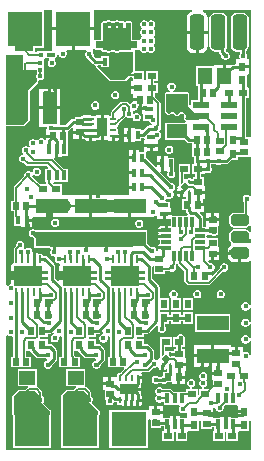
<source format=gbr>
%TF.GenerationSoftware,Altium Limited,Altium Designer,24.6.1 (21)*%
G04 Layer_Physical_Order=8*
G04 Layer_Color=16711680*
%FSLAX26Y26*%
%MOIN*%
%TF.SameCoordinates,E3325630-42F2-41CE-953C-F4D0AC061200*%
%TF.FilePolarity,Positive*%
%TF.FileFunction,Copper,L8,Bot,Signal*%
%TF.Part,Single*%
G01*
G75*
%TA.AperFunction,SMDPad,CuDef*%
%ADD11R,0.029528X0.023622*%
%ADD13R,0.023622X0.025197*%
%ADD14R,0.118110X0.118110*%
%ADD15R,0.025197X0.023622*%
%ADD16R,0.023622X0.029528*%
G04:AMPARAMS|DCode=18|XSize=49.213mil|YSize=118.11mil|CornerRadius=12.303mil|HoleSize=0mil|Usage=FLASHONLY|Rotation=0.000|XOffset=0mil|YOffset=0mil|HoleType=Round|Shape=RoundedRectangle|*
%AMROUNDEDRECTD18*
21,1,0.049213,0.093504,0,0,0.0*
21,1,0.024606,0.118110,0,0,0.0*
1,1,0.024606,0.012303,-0.046752*
1,1,0.024606,-0.012303,-0.046752*
1,1,0.024606,-0.012303,0.046752*
1,1,0.024606,0.012303,0.046752*
%
%ADD18ROUNDEDRECTD18*%
G04:AMPARAMS|DCode=23|XSize=59.055mil|YSize=39.37mil|CornerRadius=9.842mil|HoleSize=0mil|Usage=FLASHONLY|Rotation=0.000|XOffset=0mil|YOffset=0mil|HoleType=Round|Shape=RoundedRectangle|*
%AMROUNDEDRECTD23*
21,1,0.059055,0.019685,0,0,0.0*
21,1,0.039370,0.039370,0,0,0.0*
1,1,0.019685,0.019685,-0.009843*
1,1,0.019685,-0.019685,-0.009843*
1,1,0.019685,-0.019685,0.009843*
1,1,0.019685,0.019685,0.009843*
%
%ADD23ROUNDEDRECTD23*%
%ADD24R,0.051181X0.106299*%
%ADD30R,0.013386X0.031496*%
%ADD31R,0.016535X0.025984*%
%ADD32R,0.106299X0.051181*%
%TA.AperFunction,Conductor*%
%ADD38C,0.005000*%
%ADD39C,0.010000*%
%TA.AperFunction,ViaPad*%
%ADD40C,0.017716*%
%TA.AperFunction,SMDPad,CuDef*%
%ADD41R,0.064961X0.047244*%
%ADD42R,0.015748X0.027559*%
%ADD43R,0.013780X0.017323*%
%ADD44R,0.017323X0.013780*%
%ADD45R,0.013780X0.033465*%
%ADD46R,0.027559X0.015748*%
G04:AMPARAMS|DCode=47|XSize=33.071mil|YSize=10.236mil|CornerRadius=1.28mil|HoleSize=0mil|Usage=FLASHONLY|Rotation=180.000|XOffset=0mil|YOffset=0mil|HoleType=Round|Shape=RoundedRectangle|*
%AMROUNDEDRECTD47*
21,1,0.033071,0.007677,0,0,180.0*
21,1,0.030512,0.010236,0,0,180.0*
1,1,0.002559,-0.015256,0.003839*
1,1,0.002559,0.015256,0.003839*
1,1,0.002559,0.015256,-0.003839*
1,1,0.002559,-0.015256,-0.003839*
%
%ADD47ROUNDEDRECTD47*%
G04:AMPARAMS|DCode=48|XSize=33.071mil|YSize=10.236mil|CornerRadius=1.28mil|HoleSize=0mil|Usage=FLASHONLY|Rotation=90.000|XOffset=0mil|YOffset=0mil|HoleType=Round|Shape=RoundedRectangle|*
%AMROUNDEDRECTD48*
21,1,0.033071,0.007677,0,0,90.0*
21,1,0.030512,0.010236,0,0,90.0*
1,1,0.002559,0.003839,0.015256*
1,1,0.002559,0.003839,-0.015256*
1,1,0.002559,-0.003839,-0.015256*
1,1,0.002559,-0.003839,0.015256*
%
%ADD48ROUNDEDRECTD48*%
G04:AMPARAMS|DCode=49|XSize=19.685mil|YSize=9.842mil|CornerRadius=1.23mil|HoleSize=0mil|Usage=FLASHONLY|Rotation=270.000|XOffset=0mil|YOffset=0mil|HoleType=Round|Shape=RoundedRectangle|*
%AMROUNDEDRECTD49*
21,1,0.019685,0.007382,0,0,270.0*
21,1,0.017224,0.009842,0,0,270.0*
1,1,0.002461,-0.003691,-0.008612*
1,1,0.002461,-0.003691,0.008612*
1,1,0.002461,0.003691,0.008612*
1,1,0.002461,0.003691,-0.008612*
%
%ADD49ROUNDEDRECTD49*%
%AMCUSTOMSHAPE50*
4,1,5,-0.004141,0.000001,0.002960,0.007087,0.004141,0.007087,0.004141,-0.007087,-0.004141,-0.007087,-0.004141,0.000001,0.0*%
%ADD50CUSTOMSHAPE50*%

%AMCUSTOMSHAPE51*
4,1,5,0.004141,0.000001,-0.002960,0.007087,-0.004141,0.007087,-0.004141,-0.007087,0.004141,-0.007087,0.004141,0.000001,0.0*%
%ADD51CUSTOMSHAPE51*%

%AMCUSTOMSHAPE52*
4,1,5,-0.004141,-0.000001,0.002960,-0.007087,0.004141,-0.007087,0.004141,0.007087,-0.004141,0.007087,-0.004141,-0.000001,0.0*%
%ADD52CUSTOMSHAPE52*%

%AMCUSTOMSHAPE53*
4,1,5,0.004141,-0.000001,-0.002960,-0.007087,-0.004141,-0.007087,-0.004141,0.007087,0.004141,0.007087,0.004141,-0.000001,0.0*%
%ADD53CUSTOMSHAPE53*%

%ADD54P,0.026725X4X180.0*%
G04:AMPARAMS|DCode=55|XSize=19.685mil|YSize=9.842mil|CornerRadius=1.23mil|HoleSize=0mil|Usage=FLASHONLY|Rotation=180.000|XOffset=0mil|YOffset=0mil|HoleType=Round|Shape=RoundedRectangle|*
%AMROUNDEDRECTD55*
21,1,0.019685,0.007382,0,0,180.0*
21,1,0.017224,0.009842,0,0,180.0*
1,1,0.002461,-0.008612,0.003691*
1,1,0.002461,0.008612,0.003691*
1,1,0.002461,0.008612,-0.003691*
1,1,0.002461,-0.008612,-0.003691*
%
%ADD55ROUNDEDRECTD55*%
G04:AMPARAMS|DCode=56|XSize=35.433mil|YSize=62.992mil|CornerRadius=0.886mil|HoleSize=0mil|Usage=FLASHONLY|Rotation=180.000|XOffset=0mil|YOffset=0mil|HoleType=Round|Shape=RoundedRectangle|*
%AMROUNDEDRECTD56*
21,1,0.035433,0.061221,0,0,180.0*
21,1,0.033661,0.062992,0,0,180.0*
1,1,0.001772,-0.016831,0.030610*
1,1,0.001772,0.016831,0.030610*
1,1,0.001772,0.016831,-0.030610*
1,1,0.001772,-0.016831,-0.030610*
%
%ADD56ROUNDEDRECTD56*%
%ADD57R,0.053150X0.023622*%
%ADD58R,0.051181X0.055118*%
%ADD59R,0.068898X0.047244*%
G04:AMPARAMS|DCode=60|XSize=35.433mil|YSize=62.992mil|CornerRadius=0.886mil|HoleSize=0mil|Usage=FLASHONLY|Rotation=270.000|XOffset=0mil|YOffset=0mil|HoleType=Round|Shape=RoundedRectangle|*
%AMROUNDEDRECTD60*
21,1,0.035433,0.061221,0,0,270.0*
21,1,0.033661,0.062992,0,0,270.0*
1,1,0.001772,-0.030610,-0.016831*
1,1,0.001772,-0.030610,0.016831*
1,1,0.001772,0.030610,0.016831*
1,1,0.001772,0.030610,-0.016831*
%
%ADD60ROUNDEDRECTD60*%
%ADD61R,0.053150X0.045276*%
G04:AMPARAMS|DCode=62|XSize=23.622mil|YSize=9.449mil|CornerRadius=1.181mil|HoleSize=0mil|Usage=FLASHONLY|Rotation=90.000|XOffset=0mil|YOffset=0mil|HoleType=Round|Shape=RoundedRectangle|*
%AMROUNDEDRECTD62*
21,1,0.023622,0.007087,0,0,90.0*
21,1,0.021260,0.009449,0,0,90.0*
1,1,0.002362,0.003543,0.010630*
1,1,0.002362,0.003543,-0.010630*
1,1,0.002362,-0.003543,-0.010630*
1,1,0.002362,-0.003543,0.010630*
%
%ADD62ROUNDEDRECTD62*%
G04:AMPARAMS|DCode=63|XSize=64.961mil|YSize=94.488mil|CornerRadius=1.624mil|HoleSize=0mil|Usage=FLASHONLY|Rotation=90.000|XOffset=0mil|YOffset=0mil|HoleType=Round|Shape=RoundedRectangle|*
%AMROUNDEDRECTD63*
21,1,0.064961,0.091240,0,0,90.0*
21,1,0.061713,0.094488,0,0,90.0*
1,1,0.003248,0.045620,0.030856*
1,1,0.003248,0.045620,-0.030856*
1,1,0.003248,-0.045620,-0.030856*
1,1,0.003248,-0.045620,0.030856*
%
%ADD63ROUNDEDRECTD63*%
%TA.AperFunction,Conductor*%
%ADD64C,0.039370*%
%ADD65C,0.049213*%
G36*
X821360Y1050970D02*
X816811Y1049882D01*
X816360Y1049882D01*
X804487D01*
Y1180039D01*
X814055D01*
Y1213661D01*
X811096D01*
X808150Y1217441D01*
X808150Y1256968D01*
X812840Y1257716D01*
X813150D01*
Y1277480D01*
X791339D01*
Y1287480D01*
X813150D01*
Y1307244D01*
X809753D01*
X807520Y1312244D01*
X809134Y1316141D01*
Y1321654D01*
X807024Y1326748D01*
X803995Y1329777D01*
Y1335573D01*
X808243Y1338411D01*
X812067Y1344134D01*
X813410Y1350886D01*
Y1444390D01*
X812067Y1451141D01*
X808243Y1456865D01*
X802519Y1460689D01*
X795768Y1462032D01*
X771162D01*
X764410Y1460689D01*
X758687Y1456865D01*
X754862Y1451141D01*
X753519Y1444390D01*
Y1350886D01*
X754862Y1344134D01*
X758687Y1338411D01*
X764410Y1334587D01*
X771162Y1333244D01*
X783603D01*
Y1326824D01*
X783527Y1326748D01*
X781417Y1321654D01*
Y1316141D01*
X783032Y1312244D01*
X780798Y1307244D01*
X769528D01*
Y1293843D01*
X767874Y1289528D01*
X764528Y1289527D01*
X737284D01*
Y1251968D01*
X727284D01*
Y1289527D01*
X696693D01*
Y1284527D01*
X638701D01*
Y1219409D01*
X642937D01*
X643031Y1214449D01*
X643032D01*
Y1179252D01*
X643938D01*
Y1172323D01*
X622559D01*
Y1158758D01*
X617559Y1156280D01*
X615648Y1157735D01*
Y1192914D01*
X614252Y1196284D01*
Y1196929D01*
X613607D01*
X610236Y1198325D01*
X561419D01*
X560424Y1203325D01*
X563952Y1204787D01*
X567851Y1208685D01*
X569961Y1213779D01*
Y1219292D01*
X567851Y1224385D01*
X563952Y1228284D01*
X558859Y1230393D01*
X553346D01*
X548252Y1228284D01*
X544354Y1224385D01*
X542244Y1219292D01*
Y1213779D01*
X544354Y1208685D01*
X548252Y1204787D01*
X551780Y1203325D01*
X550786Y1198325D01*
X539370D01*
X535999Y1196929D01*
X535354D01*
Y1196285D01*
X533958Y1192914D01*
Y1133859D01*
X533958Y1133858D01*
X535543Y1130031D01*
X535544Y1130031D01*
X543448Y1122127D01*
X543959Y1121915D01*
X544267Y1121454D01*
X544358Y1121436D01*
X545816Y1121146D01*
X547275Y1120542D01*
X547298Y1120552D01*
X547307Y1120548D01*
X547798Y1120752D01*
X548330Y1120646D01*
X548361Y1120652D01*
X548362Y1120652D01*
X549675Y1121529D01*
X551134Y1122133D01*
X554271Y1125271D01*
X557375Y1126556D01*
X560735D01*
X563839Y1125271D01*
X566215Y1122895D01*
X567097Y1120766D01*
X567858Y1120005D01*
X568270Y1119010D01*
X569265Y1118598D01*
X570026Y1117837D01*
X571103D01*
X572097Y1117425D01*
X577509D01*
X578504Y1117837D01*
X579580D01*
X580341Y1118598D01*
X581336Y1119010D01*
X581748Y1120005D01*
X582509Y1120766D01*
X583391Y1122895D01*
X585767Y1125271D01*
X588871Y1126556D01*
X592231D01*
X595336Y1125271D01*
X597712Y1122894D01*
X598997Y1119790D01*
Y1116430D01*
X597730Y1113371D01*
Y1113336D01*
X597706Y1113311D01*
X597730Y1111269D01*
Y1109228D01*
X597755Y1109204D01*
X597755Y1109169D01*
X599251Y1105677D01*
X599773Y1105167D01*
X599969Y1104465D01*
X601153Y1102957D01*
X601452Y1102789D01*
X601583Y1102473D01*
X603220Y1101795D01*
X603681Y1101535D01*
X602587Y1096537D01*
X602586Y1096535D01*
X535354D01*
Y1039291D01*
X599428D01*
X600279Y1038018D01*
X606137Y1032160D01*
X609445Y1029950D01*
X613346Y1029174D01*
X623346D01*
Y1021772D01*
X623346D01*
Y1017598D01*
X623346D01*
Y982402D01*
X629962D01*
Y968063D01*
X630738Y964161D01*
X631676Y962756D01*
X629294Y957808D01*
X629231Y957756D01*
X624921D01*
Y924134D01*
X634489D01*
Y916024D01*
X628071D01*
Y909409D01*
X623252D01*
X623118Y909732D01*
X619291Y911317D01*
X611009D01*
X607182Y909732D01*
X602880Y908877D01*
X602362Y909395D01*
X601845Y908877D01*
X601599Y908926D01*
X597221Y911325D01*
Y924134D01*
X619173D01*
Y957756D01*
X579646D01*
Y924134D01*
X581928D01*
Y909865D01*
X581606Y909732D01*
X580021Y905905D01*
Y891732D01*
X581392Y888424D01*
X574857Y881890D01*
X577930Y878817D01*
X576013Y875949D01*
X575237Y872047D01*
Y869961D01*
X589575D01*
Y864961D01*
X594575D01*
Y847849D01*
X597618Y848454D01*
X599954Y850015D01*
X603446Y848872D01*
X604954Y847801D01*
Y840433D01*
X591850D01*
Y805236D01*
X605276D01*
Y801274D01*
X606053Y797372D01*
X608263Y794065D01*
X610971Y791357D01*
X608508Y786749D01*
X608169Y786816D01*
X600492D01*
X598042Y786328D01*
X595965Y784941D01*
X593012Y784941D01*
X590934Y786328D01*
X588484Y786816D01*
X580807D01*
X578357Y786328D01*
X576280Y784941D01*
X573327Y784941D01*
X571249Y786328D01*
X568799Y786816D01*
X561122D01*
X560276Y786648D01*
X557479Y788307D01*
X536496D01*
Y775433D01*
X554720D01*
Y754736D01*
X553248Y753528D01*
X542992D01*
Y738189D01*
X537992D01*
Y733189D01*
X511467D01*
X512111Y729949D01*
X513182Y728346D01*
X512111Y726744D01*
X511467Y723504D01*
X537992D01*
Y713504D01*
X511467D01*
X512111Y710264D01*
X514604Y706533D01*
X516811Y705058D01*
X516334Y702658D01*
Y694980D01*
X516811Y692579D01*
X514604Y691105D01*
X512111Y687374D01*
X511467Y684134D01*
X537992D01*
Y674134D01*
X511467D01*
X511893Y671990D01*
X511625Y671249D01*
X510012Y669196D01*
X508800Y668214D01*
X505984Y669643D01*
Y672048D01*
X503874Y677141D01*
X499976Y681040D01*
X494883Y683149D01*
X489369D01*
X486147Y681815D01*
X475472Y692490D01*
Y739252D01*
X359173D01*
Y738523D01*
X345551D01*
Y739252D01*
X229252D01*
Y738523D01*
X215630D01*
Y739252D01*
X103181D01*
X102338Y740095D01*
X97245Y742205D01*
X91732D01*
X86638Y740095D01*
X82740Y736197D01*
X80630Y731103D01*
Y725590D01*
X82740Y720496D01*
X86638Y716598D01*
X91732Y714488D01*
X94399D01*
X99331Y709556D01*
Y678071D01*
X152561D01*
X154083Y673071D01*
X153606Y672594D01*
X151496Y667501D01*
Y661987D01*
X153606Y656894D01*
X157504Y652996D01*
X162598Y650886D01*
X164403D01*
X167744Y645886D01*
X167165Y644489D01*
Y638976D01*
X169275Y633882D01*
X173174Y629984D01*
X178267Y627874D01*
X181495D01*
X184316Y623096D01*
X183588Y622006D01*
X182686Y617471D01*
Y601378D01*
X192913D01*
Y619095D01*
X287402D01*
Y601378D01*
X307087D01*
Y591535D01*
X287402D01*
Y581693D01*
X307087D01*
Y571850D01*
X287402D01*
Y554134D01*
X192913D01*
Y571850D01*
X182686D01*
Y569110D01*
X178066Y567196D01*
X173412Y571850D01*
X173228D01*
Y572034D01*
X167676Y577586D01*
X167676Y618110D01*
X166900Y622012D01*
X164690Y625320D01*
X139462Y650548D01*
X136154Y652758D01*
X132252Y653534D01*
X127723D01*
X127476Y654774D01*
X126110Y656818D01*
X124065Y658185D01*
X121654Y658664D01*
X114567D01*
X112155Y658185D01*
X111429Y658329D01*
X110030Y660423D01*
X106331Y662895D01*
X103425Y663473D01*
Y641732D01*
X93425D01*
Y664958D01*
X92598Y665636D01*
Y668111D01*
X90489Y673204D01*
X86590Y677103D01*
X81497Y679212D01*
X75984D01*
X70890Y677103D01*
X70196Y676408D01*
X68316Y674599D01*
X63726Y677122D01*
X62929Y681126D01*
X65039Y686220D01*
Y691733D01*
X62929Y696826D01*
X59031Y700725D01*
X53938Y702835D01*
X48425D01*
X43331Y700725D01*
X39433Y696826D01*
X37323Y691733D01*
Y686220D01*
X37407Y686017D01*
X33353Y681962D01*
X31695Y679481D01*
X31113Y676555D01*
Y656433D01*
X30004Y654774D01*
X29525Y652362D01*
Y631102D01*
X30002Y628702D01*
X28585Y628420D01*
X24740Y625851D01*
X22171Y622006D01*
X21268Y617471D01*
Y601378D01*
X31496D01*
Y619095D01*
X125984D01*
Y601378D01*
X145669D01*
Y591535D01*
X125984D01*
Y581693D01*
X145669D01*
Y571850D01*
X125984D01*
Y554134D01*
X31496D01*
Y571850D01*
X21268D01*
Y558520D01*
X18186D01*
X13093Y556410D01*
X10412Y553728D01*
X5412Y555449D01*
Y1084419D01*
X62271Y1084419D01*
X62272Y1084418D01*
X66099Y1086004D01*
X66099Y1086004D01*
X67615Y1087520D01*
X69961D01*
Y1089866D01*
X82567Y1102472D01*
X84152Y1106299D01*
X84152Y1106299D01*
X84152Y1202483D01*
X110126Y1228457D01*
X111711Y1232284D01*
X111711Y1232284D01*
Y1235677D01*
X115354Y1238110D01*
X120867D01*
X125960Y1240220D01*
X129859Y1244119D01*
X131968Y1249212D01*
Y1254725D01*
X130000Y1259477D01*
Y1282599D01*
Y1309921D01*
X134576Y1310945D01*
X146699D01*
X147390Y1309695D01*
X148232Y1305945D01*
X145127Y1302840D01*
X143017Y1297747D01*
Y1292234D01*
X145127Y1287140D01*
X149025Y1283242D01*
X154118Y1281132D01*
X159632D01*
X164725Y1283242D01*
X168623Y1287140D01*
X170733Y1292234D01*
Y1297747D01*
X168623Y1302840D01*
X166808Y1304656D01*
X167784Y1310472D01*
X169267Y1311086D01*
X173166Y1314985D01*
X175275Y1320078D01*
Y1322070D01*
X180275Y1323065D01*
X181992Y1318922D01*
X185890Y1315023D01*
X190983Y1312914D01*
X196497D01*
X201590Y1315023D01*
X205488Y1318922D01*
X207598Y1324015D01*
Y1329528D01*
X205488Y1334622D01*
X204716Y1335394D01*
X206788Y1340394D01*
X223346D01*
Y1404449D01*
X159291D01*
Y1340394D01*
X157408Y1336174D01*
X153909Y1334724D01*
X107402D01*
Y1330482D01*
X100472D01*
Y1345394D01*
X130984D01*
Y1470967D01*
X159291D01*
Y1414449D01*
X297402D01*
Y1470967D01*
X623090D01*
X623583Y1465967D01*
X620727Y1465399D01*
X613350Y1460469D01*
X608420Y1453092D01*
X606689Y1444390D01*
Y1402638D01*
X676775D01*
Y1444390D01*
X675044Y1453092D01*
X670115Y1460469D01*
X662738Y1465399D01*
X659882Y1465967D01*
X660374Y1470967D01*
X821360D01*
Y1050970D01*
D02*
G37*
G36*
X610236Y1153543D02*
X622559Y1141220D01*
Y1138701D01*
X625079D01*
X633858Y1129921D01*
X647782D01*
X650869Y1125283D01*
X650828Y1124921D01*
X648727Y1123517D01*
X647069Y1121036D01*
X646487Y1118110D01*
X647069Y1115184D01*
X648727Y1112703D01*
X650827Y1111299D01*
X650868Y1110938D01*
X647779Y1106299D01*
X605410D01*
X604226Y1107807D01*
X602730Y1111300D01*
X604409Y1115354D01*
Y1120867D01*
X602300Y1125960D01*
X598401Y1129859D01*
X593308Y1131968D01*
X587795D01*
X582701Y1129859D01*
X578803Y1125960D01*
X577509Y1122837D01*
X572097D01*
X570803Y1125960D01*
X566905Y1129859D01*
X561812Y1131968D01*
X556298D01*
X551205Y1129859D01*
X547307Y1125960D01*
X547275Y1125954D01*
X539370Y1133858D01*
Y1192914D01*
X610236D01*
Y1153543D01*
D02*
G37*
G36*
X62271Y1271653D02*
X106221Y1271654D01*
Y1259477D01*
X104252Y1254725D01*
Y1249212D01*
X106299Y1244270D01*
Y1232284D01*
X78740Y1204725D01*
X78740Y1106299D01*
X62272Y1089831D01*
X5412Y1089831D01*
Y1322835D01*
X62271D01*
X62271Y1271653D01*
D02*
G37*
G36*
X816360Y981614D02*
X816811Y981614D01*
X821360Y980526D01*
Y854916D01*
X816360Y852845D01*
X814937Y854268D01*
X809843Y856378D01*
X804330D01*
X799237Y854268D01*
X795338Y850370D01*
X793228Y845276D01*
Y839763D01*
X795338Y834670D01*
X797006Y833001D01*
Y796629D01*
X763780D01*
X757988Y795477D01*
X753079Y792197D01*
X749798Y787287D01*
X748646Y781496D01*
Y761811D01*
X749798Y756020D01*
X753079Y751110D01*
X757988Y747830D01*
X763780Y746678D01*
X803150D01*
X808941Y747830D01*
X813851Y751110D01*
X816360Y754866D01*
X821360Y753603D01*
Y734585D01*
X816360Y733323D01*
X813851Y737079D01*
X808941Y740359D01*
X803150Y741511D01*
X763780D01*
X757988Y740359D01*
X753079Y737079D01*
X749798Y732169D01*
X748646Y726378D01*
Y706693D01*
X749798Y700902D01*
X753079Y695992D01*
X754921Y694761D01*
X755181Y693643D01*
X754579Y688976D01*
X749474Y685565D01*
X745088Y679002D01*
X743548Y671260D01*
Y666417D01*
X783465D01*
Y661417D01*
X788465D01*
Y631343D01*
X803150D01*
X810892Y632883D01*
X816360Y636537D01*
X821360Y634798D01*
Y489567D01*
X816360Y488572D01*
X814898Y492102D01*
X811000Y496000D01*
X805906Y498110D01*
X800393D01*
X795300Y496000D01*
X791401Y492102D01*
X789291Y487009D01*
Y481495D01*
X791401Y476402D01*
X795300Y472504D01*
X800393Y470394D01*
X805906D01*
X811000Y472504D01*
X814898Y476402D01*
X816360Y479932D01*
X821360Y478937D01*
Y434449D01*
X816360Y433454D01*
X814898Y436984D01*
X811000Y440882D01*
X805906Y442992D01*
X800393D01*
X795300Y440882D01*
X791401Y436984D01*
X789291Y431890D01*
Y426377D01*
X791401Y421284D01*
X795300Y417385D01*
X800393Y415276D01*
X805906D01*
X811000Y417385D01*
X814898Y421284D01*
X816360Y424814D01*
X821360Y423819D01*
Y379330D01*
X816360Y378336D01*
X814898Y381866D01*
X811000Y385764D01*
X805906Y387874D01*
X800393D01*
X795300Y385764D01*
X791401Y381866D01*
X789291Y376772D01*
Y371259D01*
X791401Y366166D01*
X795300Y362267D01*
X800393Y360158D01*
X805906D01*
X811000Y362267D01*
X814898Y366166D01*
X816360Y369696D01*
X821360Y368701D01*
Y324212D01*
X816360Y323218D01*
X814898Y326748D01*
X811000Y330646D01*
X805906Y332756D01*
X800393D01*
X799252Y332283D01*
X794252Y335624D01*
Y350158D01*
X776654D01*
Y328346D01*
X766654D01*
Y350158D01*
X756063D01*
Y354488D01*
X697913D01*
Y318898D01*
X692913D01*
Y313898D01*
X629764D01*
Y283307D01*
X685033D01*
X690000Y283228D01*
Y266417D01*
X712598D01*
Y256417D01*
X690000D01*
Y239606D01*
X695000D01*
Y224947D01*
X692881Y224525D01*
X690400Y222868D01*
X677256Y209724D01*
X664744D01*
X664174Y214488D01*
X669267Y216598D01*
X673166Y220496D01*
X675275Y225590D01*
Y231103D01*
X673166Y236196D01*
X669870Y239492D01*
X673587Y243209D01*
X675697Y248302D01*
Y253816D01*
X673587Y258909D01*
X669689Y262807D01*
X664595Y264917D01*
X659082D01*
X653989Y262807D01*
X650090Y258909D01*
X647981Y253816D01*
Y248302D01*
X650090Y243209D01*
X653386Y239913D01*
X649669Y236196D01*
X647559Y231103D01*
Y225590D01*
X649669Y220496D01*
X653567Y216598D01*
X658661Y214488D01*
X658091Y209724D01*
X648543D01*
Y187957D01*
X647795Y187457D01*
X642795Y190130D01*
Y209724D01*
X625374D01*
X624804Y214488D01*
X629897Y216598D01*
X633796Y220496D01*
X635905Y225590D01*
Y231103D01*
X633796Y236196D01*
X629897Y240095D01*
X624804Y242205D01*
X619291D01*
X614197Y240095D01*
X610299Y236196D01*
X608189Y231103D01*
Y225590D01*
X610299Y220496D01*
X614197Y216598D01*
X619290Y214488D01*
X618721Y209724D01*
X603268D01*
Y199045D01*
X596910D01*
X596171Y198898D01*
X580630Y198898D01*
X575630Y198898D01*
X565854D01*
X557947Y206805D01*
X555466Y208463D01*
X552539Y209045D01*
X527089D01*
X523598Y212536D01*
X518505Y214646D01*
X512991D01*
X507898Y212536D01*
X504000Y208637D01*
X501890Y203544D01*
Y198031D01*
X504000Y192937D01*
X504694Y192243D01*
X507838Y188976D01*
X504694Y185710D01*
X504000Y185015D01*
X501890Y179922D01*
Y174409D01*
X504000Y169315D01*
X507898Y165417D01*
X512991Y163307D01*
X518505D01*
X523598Y165417D01*
X524449Y166268D01*
X529449Y164197D01*
Y157100D01*
X527327Y154338D01*
X525330Y153307D01*
X508937D01*
Y136496D01*
X526535D01*
Y151640D01*
X528657Y154402D01*
X530655Y155433D01*
X553228D01*
Y155433D01*
X555040D01*
Y155433D01*
X581519Y155433D01*
X583591Y150433D01*
X582740Y149582D01*
X580630Y144489D01*
Y138976D01*
X582740Y133882D01*
X586638Y129984D01*
X591732Y127874D01*
X597245D01*
X602338Y129984D01*
X603110Y130756D01*
X608110Y128685D01*
Y115420D01*
X604409Y112284D01*
X603110Y112284D01*
X583819D01*
Y117284D01*
X571929D01*
Y90551D01*
X561929D01*
Y117284D01*
X550039D01*
Y112284D01*
X530459D01*
X529449Y112284D01*
X526535Y116077D01*
Y126496D01*
X503937D01*
Y131496D01*
X498937D01*
Y153307D01*
X481339D01*
Y141520D01*
X477441Y138858D01*
X476339Y138858D01*
X349331D01*
Y10748D01*
X477441D01*
Y104042D01*
X482144Y107740D01*
X485168Y107100D01*
X486142Y105119D01*
Y99606D01*
X486339Y99130D01*
Y80040D01*
X521535D01*
Y86655D01*
X529449D01*
Y68819D01*
X524791Y67992D01*
X524528D01*
Y34370D01*
X564055D01*
Y63819D01*
X569803D01*
Y34370D01*
X609331D01*
Y64888D01*
X613110Y67835D01*
X614266Y67835D01*
X646732D01*
Y103087D01*
X650630Y105748D01*
X655630Y103086D01*
Y76103D01*
X690827D01*
Y82718D01*
X698740D01*
Y68819D01*
X694083Y67992D01*
X693819D01*
Y34370D01*
X733346D01*
Y63819D01*
X739094D01*
Y34370D01*
X778622D01*
Y64888D01*
X782402Y67835D01*
X783557Y67835D01*
X816024D01*
X816024Y101065D01*
X821024Y103511D01*
X821360Y103250D01*
Y5412D01*
X5412D01*
Y386069D01*
X10412Y388140D01*
X12662Y385889D01*
X17755Y383780D01*
X23268D01*
X24174Y384155D01*
X29174Y380814D01*
Y316811D01*
X20984D01*
Y281614D01*
X54606D01*
Y281614D01*
X55630D01*
Y281614D01*
X89252D01*
Y316811D01*
X73069D01*
X72573Y319308D01*
X70915Y321789D01*
X70915Y321789D01*
X70639Y322065D01*
Y335551D01*
X84134D01*
X86216Y332436D01*
X103027Y315625D01*
X106335Y313415D01*
X110236Y312639D01*
X135086D01*
X136638Y311086D01*
X141732Y308976D01*
X141792Y303976D01*
X141732Y303713D01*
X136638Y301603D01*
X132740Y297705D01*
X130630Y292611D01*
Y287098D01*
X132740Y282005D01*
X136638Y278106D01*
X141732Y275997D01*
X147245D01*
X152338Y278106D01*
X156237Y282005D01*
X158346Y287098D01*
Y288644D01*
X171335Y301633D01*
X173546Y304941D01*
X174322Y308843D01*
Y335874D01*
X173546Y339776D01*
X171335Y343084D01*
X159442Y354977D01*
X156134Y357187D01*
X152232Y357964D01*
X142795D01*
Y375079D01*
X120941D01*
X118109Y380079D01*
X118557Y380827D01*
X142795D01*
Y393182D01*
X151409D01*
X155311Y393958D01*
X158619Y396168D01*
X159879Y397428D01*
X160061Y397471D01*
X165258Y396006D01*
X164444Y391591D01*
X159351Y389481D01*
X155452Y385583D01*
X153343Y380490D01*
Y374976D01*
X155452Y369883D01*
X159351Y365985D01*
X164444Y363875D01*
X169958D01*
X175051Y365985D01*
X178949Y369883D01*
X181059Y374976D01*
Y380490D01*
X180954Y380742D01*
X183680Y385706D01*
X185813Y386178D01*
X190316Y382719D01*
Y316811D01*
X182402D01*
Y281614D01*
X216024D01*
Y281614D01*
X217048D01*
Y281614D01*
X250669D01*
Y316811D01*
X234487D01*
X233990Y319308D01*
X232332Y321789D01*
X232332Y321789D01*
X232056Y322065D01*
Y335551D01*
X245552D01*
X247633Y332436D01*
X264444Y315625D01*
X267752Y313415D01*
X271654Y312639D01*
X296503D01*
X298055Y311086D01*
X303149Y308976D01*
X303209Y303976D01*
X303149Y303713D01*
X298055Y301603D01*
X294157Y297705D01*
X292047Y292611D01*
Y287098D01*
X294157Y282005D01*
X298055Y278106D01*
X303149Y275997D01*
X308662D01*
X313755Y278106D01*
X317654Y282005D01*
X319764Y287098D01*
Y288644D01*
X332753Y301633D01*
X334963Y304941D01*
X335739Y308843D01*
Y335874D01*
X334963Y339776D01*
X332753Y343084D01*
X320859Y354977D01*
X317552Y357187D01*
X313650Y357964D01*
X304213D01*
Y375079D01*
X282359D01*
X279526Y380079D01*
X279974Y380827D01*
X304213D01*
Y393182D01*
X312827D01*
X316728Y393958D01*
X320036Y396168D01*
X322622Y398754D01*
X328122Y397321D01*
X328683Y395792D01*
X326459Y391277D01*
X321366Y389167D01*
X317468Y385269D01*
X315358Y380175D01*
Y374662D01*
X317468Y369569D01*
X321366Y365670D01*
X326459Y363560D01*
X331973D01*
X337066Y365670D01*
X340964Y369569D01*
X343074Y374662D01*
Y380175D01*
X342944Y380489D01*
X345694Y385577D01*
X347516Y385974D01*
X352009Y382514D01*
Y316811D01*
X343819D01*
Y281614D01*
X377441D01*
Y281614D01*
X378465D01*
Y281614D01*
X397098D01*
X399011Y276995D01*
X385715Y263699D01*
X385627Y263567D01*
X383087Y261028D01*
X380167D01*
X377736Y260544D01*
X375676Y259167D01*
X374298Y257106D01*
X373815Y254675D01*
Y252454D01*
X372992Y247795D01*
X355394D01*
Y225984D01*
X350394D01*
Y220984D01*
X327795D01*
Y204173D01*
X332795D01*
Y174528D01*
X333905D01*
X336536Y170591D01*
Y165078D01*
X338645Y159985D01*
X342544Y156086D01*
X347637Y153977D01*
X353150D01*
X358244Y156086D01*
X362142Y159985D01*
X364252Y165078D01*
X365487Y166092D01*
X366417Y165906D01*
X373815D01*
Y162648D01*
X374298Y160217D01*
X375676Y158156D01*
X377736Y156779D01*
X380167Y156295D01*
X387549D01*
X389980Y156779D01*
X390312Y156713D01*
X391756Y154551D01*
X395471Y152069D01*
X398543Y151458D01*
Y171260D01*
X408543D01*
Y151458D01*
X411616Y152069D01*
X413386Y153251D01*
X415156Y152069D01*
X418228Y151458D01*
Y171260D01*
X428228D01*
Y151458D01*
X431301Y152069D01*
X433071Y153251D01*
X434841Y152069D01*
X437913Y151458D01*
Y171260D01*
X442913D01*
Y176260D01*
X458055D01*
Y179872D01*
X457183Y184254D01*
X454701Y187969D01*
X454371Y188189D01*
X455095Y191831D01*
Y203661D01*
X413386D01*
Y213661D01*
X455095D01*
Y225492D01*
X454371Y229134D01*
X454701Y229354D01*
X457183Y233069D01*
X458055Y237451D01*
Y241063D01*
X442913D01*
Y251063D01*
X458055D01*
Y254675D01*
X457183Y259057D01*
X455985Y260849D01*
X458410Y265849D01*
X478284D01*
X481210Y266432D01*
X483691Y268089D01*
X495103Y279502D01*
X495306Y279417D01*
X500820D01*
X505913Y281527D01*
X507307Y282921D01*
X508119Y282946D01*
X512624Y281167D01*
X513021Y279169D01*
X515231Y275861D01*
X518539Y273651D01*
X521582Y273046D01*
Y290158D01*
X531582D01*
Y273046D01*
X534625Y273651D01*
X536962Y275212D01*
X540454Y274069D01*
X541962Y272997D01*
Y265630D01*
X528858D01*
Y253405D01*
X528740D01*
X523646Y251296D01*
X522094Y249743D01*
X513340D01*
X511787Y251296D01*
X506694Y253405D01*
X501180D01*
X496087Y251296D01*
X492189Y247397D01*
X490079Y242304D01*
Y236791D01*
X492189Y231697D01*
X496087Y227799D01*
X501180Y225689D01*
X506694D01*
X511787Y227799D01*
X513340Y229351D01*
X522094D01*
X523646Y227799D01*
X528740Y225689D01*
X534253D01*
X539346Y227799D01*
X541980Y230433D01*
X558504D01*
Y225433D01*
X575315D01*
Y248032D01*
X580315D01*
Y253032D01*
X602126D01*
Y267953D01*
X605275D01*
Y284764D01*
X582677D01*
Y294764D01*
X605275D01*
Y311575D01*
X600275D01*
Y341221D01*
X591987D01*
Y349331D01*
X601457D01*
Y382953D01*
X599167D01*
X597953Y385882D01*
X594055Y389780D01*
X588962Y391890D01*
X583448D01*
X578355Y389780D01*
X574457Y385882D01*
X573244Y382953D01*
X561929D01*
Y349331D01*
X571595D01*
Y341221D01*
X565079D01*
Y334212D01*
X560423D01*
X560126Y334929D01*
X556299Y336514D01*
X548016D01*
X544190Y334929D01*
X539888Y334074D01*
X539370Y334591D01*
X538852Y334074D01*
X538606Y334123D01*
X534229Y336522D01*
Y349331D01*
X556181D01*
Y382953D01*
X516653D01*
Y349331D01*
X518935D01*
Y335062D01*
X518614Y334929D01*
X517029Y331102D01*
Y316929D01*
X518399Y313621D01*
X511865Y307087D01*
D01*
X511541Y306467D01*
X505913Y305024D01*
X500820Y307134D01*
X498559D01*
X497156Y308843D01*
Y335874D01*
X496380Y339776D01*
X494170Y343084D01*
X482277Y354977D01*
X478969Y357187D01*
X475067Y357964D01*
X465630D01*
Y375079D01*
X443776D01*
X440944Y380079D01*
X441392Y380827D01*
X465630D01*
Y393182D01*
X474244D01*
X478146Y393958D01*
X481454Y396168D01*
X506961Y421676D01*
X512348Y419991D01*
X512700Y418046D01*
X511874Y417220D01*
X509764Y412127D01*
Y406613D01*
X511874Y401520D01*
X515772Y397622D01*
X520865Y395512D01*
X526379D01*
X531472Y397622D01*
X535370Y401520D01*
X537480Y406613D01*
Y412127D01*
X535370Y417220D01*
X535294Y417296D01*
Y426102D01*
X548307D01*
Y435670D01*
X554055D01*
Y426102D01*
X587677D01*
Y435670D01*
X593425D01*
Y426102D01*
X627047D01*
Y465630D01*
X593425D01*
Y456062D01*
X587677D01*
Y465630D01*
X554055D01*
Y456062D01*
X548307D01*
Y465630D01*
X516182D01*
Y471378D01*
X548307D01*
Y510906D01*
X516182D01*
Y547692D01*
X515406Y551594D01*
X513196Y554902D01*
X490511Y577586D01*
X490511Y616180D01*
X494767Y619385D01*
X498150Y617829D01*
Y591850D01*
X533346D01*
Y601014D01*
X549118D01*
X552044Y601597D01*
X552112Y601642D01*
X555314Y600315D01*
X560827D01*
X565921Y602425D01*
X569819Y606323D01*
X571929Y611417D01*
Y616930D01*
X570778Y619710D01*
X572025Y621578D01*
X572607Y624504D01*
X577581Y625026D01*
X579239Y622546D01*
X598652Y603132D01*
Y569708D01*
X599234Y566782D01*
X600892Y564301D01*
X607608Y557585D01*
X607608Y557585D01*
X610089Y555927D01*
X613015Y555345D01*
X680118D01*
X683044Y555927D01*
X685525Y557585D01*
X728340Y600399D01*
X728543Y600315D01*
X734056D01*
X739149Y602425D01*
X743048Y606323D01*
X745157Y611417D01*
Y616930D01*
X743048Y622023D01*
X739149Y625922D01*
X734056Y628031D01*
X728543D01*
X723449Y625922D01*
X719551Y622023D01*
X717441Y616930D01*
Y611417D01*
X717525Y611213D01*
X693360Y587048D01*
X688740Y588961D01*
Y600315D01*
X688780D01*
X693874Y602425D01*
X697772Y606323D01*
X699882Y611417D01*
Y616930D01*
X697772Y622023D01*
X693874Y625922D01*
X688780Y628031D01*
X683267D01*
X683064Y627947D01*
X677599Y633412D01*
X679512Y638032D01*
X687913D01*
Y659843D01*
X692913D01*
Y664843D01*
X715512D01*
Y681654D01*
X710512D01*
Y711299D01*
X677071D01*
X673399Y714090D01*
X672643Y715192D01*
Y717879D01*
X675315Y721771D01*
X675692Y721772D01*
X687761D01*
X688999Y720534D01*
X694092Y718424D01*
X699606D01*
X704699Y720534D01*
X705937Y721772D01*
X710512D01*
Y729054D01*
X710707Y729525D01*
Y735039D01*
X710512Y735510D01*
Y751417D01*
X715512D01*
Y768228D01*
X692914D01*
X670315D01*
Y751417D01*
X666571Y748385D01*
X666467D01*
X666240Y748430D01*
X661180D01*
Y780191D01*
X660404Y784093D01*
X658194Y787401D01*
X649978Y795617D01*
X651891Y800236D01*
X665118D01*
Y817835D01*
X643307D01*
Y827835D01*
X665118D01*
Y842756D01*
X668268D01*
Y859567D01*
X645669D01*
Y869567D01*
X668268D01*
Y886378D01*
X663268D01*
Y916024D01*
X654881D01*
Y924134D01*
X664449D01*
Y926795D01*
X669119Y929197D01*
X674212Y927087D01*
X679725D01*
X684818Y929197D01*
X688717Y933095D01*
X690827Y938188D01*
Y943702D01*
X688717Y948795D01*
X687164Y950347D01*
Y957867D01*
X704247D01*
X705359Y956755D01*
X710452Y954646D01*
X715965D01*
X721059Y956755D01*
X722170Y957867D01*
X737748D01*
X741650Y958643D01*
X744957Y960853D01*
X757451Y973346D01*
X776654D01*
Y981519D01*
X781614Y981614D01*
Y981614D01*
X816360D01*
D02*
G37*
G36*
X448819Y601378D02*
X468504D01*
Y591535D01*
X448819D01*
Y581693D01*
X468504D01*
Y571850D01*
X448819D01*
Y554134D01*
X354331D01*
Y571850D01*
X334646D01*
Y581693D01*
X354331D01*
Y591535D01*
X334646D01*
Y601378D01*
X354331D01*
Y619095D01*
X448819D01*
Y601378D01*
D02*
G37*
G36*
X748110Y155433D02*
Y155433D01*
X749922D01*
Y155433D01*
X772401D01*
X773701Y155433D01*
X777402Y152297D01*
Y137874D01*
X799212D01*
Y127874D01*
X777402D01*
Y115420D01*
X773701Y112284D01*
X772401Y112284D01*
X753110D01*
Y117284D01*
X741220D01*
Y90551D01*
X731220D01*
Y117284D01*
X719331D01*
Y112284D01*
X698740D01*
X695827Y116077D01*
Y122559D01*
X673228D01*
Y132559D01*
X695827D01*
Y146849D01*
X697677Y148162D01*
X702677Y145580D01*
Y143818D01*
X704787Y138725D01*
X708685Y134826D01*
X713779Y132717D01*
X719292D01*
X724385Y134826D01*
X728284Y138725D01*
X730394Y143818D01*
Y149331D01*
X729998Y150286D01*
X735145Y155433D01*
X744921D01*
X748110Y155433D01*
D02*
G37*
%LPC*%
G36*
X490945Y1439055D02*
X485432D01*
X480339Y1436945D01*
X479644Y1436251D01*
X476378Y1433107D01*
X473111Y1436251D01*
X472417Y1436945D01*
X467324Y1439055D01*
X461810D01*
X456717Y1436945D01*
X452818Y1433047D01*
X450709Y1427954D01*
Y1422440D01*
X452818Y1417347D01*
X455762Y1414403D01*
X456330Y1411417D01*
X455762Y1408432D01*
X452818Y1405488D01*
X450709Y1400394D01*
Y1394881D01*
X452818Y1389788D01*
X455762Y1386844D01*
X456330Y1383858D01*
X455762Y1380873D01*
X452818Y1377929D01*
X450851Y1373178D01*
X448610Y1372439D01*
X445953Y1371937D01*
X442126Y1373522D01*
X426081D01*
Y1429134D01*
X424496Y1432961D01*
X420669Y1434546D01*
X404134D01*
X403730Y1434379D01*
X399606Y1433167D01*
X395482Y1434379D01*
X395079Y1434546D01*
X384265D01*
X381866Y1436945D01*
X376772Y1439055D01*
X371259D01*
X366166Y1436945D01*
X363766Y1434546D01*
X356706D01*
X354307Y1436945D01*
X349213Y1439055D01*
X343700D01*
X338607Y1436945D01*
X336207Y1434546D01*
X327362D01*
X323535Y1432961D01*
X321950Y1429134D01*
Y1373522D01*
X305906D01*
X302079Y1371937D01*
X297402Y1373711D01*
Y1404449D01*
X233346D01*
Y1340394D01*
X272692D01*
X274007Y1336971D01*
X274154Y1335394D01*
X270587Y1331826D01*
X268478Y1326733D01*
Y1321220D01*
X270587Y1316127D01*
X274486Y1312228D01*
X275283Y1311898D01*
X276603Y1309923D01*
X293342Y1293184D01*
X296649Y1290974D01*
X299629Y1290381D01*
X301469Y1289207D01*
X301632Y1289032D01*
X303498Y1285578D01*
X303910Y1284584D01*
Y1283507D01*
X304671Y1282746D01*
X305083Y1281752D01*
X350504Y1236331D01*
X354331Y1234745D01*
X354331Y1234745D01*
X401574D01*
X401575Y1234745D01*
X405402Y1236330D01*
X405402Y1236331D01*
X417330Y1248259D01*
X422567D01*
X426102Y1244723D01*
X426102Y1235158D01*
X421412Y1234409D01*
X421102D01*
Y1217598D01*
X445866D01*
Y1207598D01*
X421102D01*
Y1190787D01*
X429370D01*
Y1178228D01*
X451181D01*
Y1173228D01*
X456181D01*
Y1150630D01*
X456536D01*
Y1148701D01*
X480315D01*
Y1138701D01*
X456536D01*
Y1125827D01*
X461536D01*
Y1103268D01*
X482319D01*
X484315Y1098449D01*
X488213Y1094551D01*
X489375Y1094069D01*
X491253Y1087880D01*
X490738Y1087109D01*
X482063D01*
X478161Y1086333D01*
X474853Y1084123D01*
X460787Y1070057D01*
X455787Y1072129D01*
Y1073898D01*
X433228D01*
Y1078898D01*
X420354D01*
Y1055118D01*
Y1031339D01*
X433228D01*
Y1036339D01*
X455787D01*
Y1044922D01*
X460267D01*
X464169Y1045698D01*
X464409Y1045859D01*
X469409Y1043186D01*
Y1037559D01*
X464409D01*
Y1024685D01*
X488189D01*
X511969D01*
Y1037559D01*
X511969Y1037559D01*
X512868Y1042187D01*
X515724Y1043370D01*
X519622Y1047268D01*
X521732Y1052361D01*
Y1057875D01*
X519622Y1062968D01*
X515724Y1066866D01*
X515543Y1067774D01*
X517669Y1069900D01*
X519779Y1074994D01*
Y1080507D01*
X518578Y1083407D01*
X519486Y1084766D01*
X520068Y1087692D01*
X520068Y1087692D01*
Y1160451D01*
X519486Y1163377D01*
X517828Y1165858D01*
X502638Y1181049D01*
Y1190827D01*
X502638D01*
X502733Y1195787D01*
X510906D01*
Y1229409D01*
X498789D01*
Y1235158D01*
X510906D01*
Y1268780D01*
X471378D01*
Y1240275D01*
X469080Y1238717D01*
X465630Y1240777D01*
Y1268780D01*
X434546D01*
Y1332887D01*
X434124Y1333905D01*
X434114Y1335006D01*
X433858Y1335257D01*
X434089Y1337008D01*
X435950Y1340257D01*
X442126D01*
X445953Y1341842D01*
X450709Y1340258D01*
Y1339763D01*
X452818Y1334670D01*
X456717Y1330771D01*
X461810Y1328661D01*
X467324D01*
X472417Y1330771D01*
X473111Y1331466D01*
X476378Y1334609D01*
X479644Y1331466D01*
X480339Y1330771D01*
X485432Y1328661D01*
X490945D01*
X496039Y1330771D01*
X499937Y1334670D01*
X502047Y1339763D01*
Y1345276D01*
X499937Y1350370D01*
X496993Y1353314D01*
X496425Y1356299D01*
X496993Y1359285D01*
X499937Y1362229D01*
X502047Y1367322D01*
Y1372835D01*
X499937Y1377929D01*
X496993Y1380873D01*
X496425Y1383858D01*
X496993Y1386844D01*
X499937Y1389788D01*
X502047Y1394881D01*
Y1400394D01*
X499937Y1405488D01*
X496993Y1408432D01*
X496425Y1411417D01*
X496993Y1414403D01*
X499937Y1417347D01*
X502047Y1422440D01*
Y1427954D01*
X499937Y1433047D01*
X496039Y1436945D01*
X490945Y1439055D01*
D02*
G37*
G36*
X676775Y1392638D02*
X646732D01*
Y1328146D01*
X654035D01*
X662738Y1329877D01*
X670115Y1334806D01*
X675044Y1342184D01*
X676775Y1350886D01*
Y1392638D01*
D02*
G37*
G36*
X636732D02*
X606689D01*
Y1350886D01*
X608420Y1342184D01*
X613350Y1334806D01*
X620727Y1329877D01*
X629429Y1328146D01*
X636732D01*
Y1392638D01*
D02*
G37*
G36*
X724902Y1462032D02*
X700295D01*
X693544Y1460689D01*
X687820Y1456865D01*
X683996Y1451141D01*
X682653Y1444390D01*
Y1350886D01*
X683996Y1344134D01*
X687820Y1338411D01*
X693544Y1334587D01*
X700295Y1333244D01*
X713284D01*
Y1331638D01*
X714060Y1327736D01*
X716270Y1324429D01*
X722362Y1318337D01*
Y1316141D01*
X724472Y1311048D01*
X728370Y1307149D01*
X733464Y1305039D01*
X738977D01*
X744071Y1307149D01*
X747969Y1311048D01*
X750079Y1316141D01*
Y1321654D01*
X747969Y1326748D01*
X744071Y1330646D01*
X738977Y1332756D01*
X737280Y1337494D01*
X737376Y1338411D01*
X741201Y1344134D01*
X742544Y1350886D01*
Y1444390D01*
X741201Y1451141D01*
X737376Y1456865D01*
X731653Y1460689D01*
X724902Y1462032D01*
D02*
G37*
G36*
X371655Y1202480D02*
X366142D01*
X361048Y1200370D01*
X357150Y1196472D01*
X355040Y1191378D01*
Y1185865D01*
X357150Y1180772D01*
X361048Y1176873D01*
X366142Y1174763D01*
X371655D01*
X376748Y1176873D01*
X380647Y1180772D01*
X382757Y1185865D01*
Y1191378D01*
X380647Y1196472D01*
X376748Y1200370D01*
X371655Y1202480D01*
D02*
G37*
G36*
X446181Y1168228D02*
X429370D01*
Y1164317D01*
X427201D01*
X422107Y1162207D01*
X418209Y1158309D01*
X415541Y1157778D01*
X409506Y1163813D01*
X407025Y1165470D01*
X404099Y1166052D01*
X390548D01*
X390547Y1166053D01*
X387621Y1165470D01*
X385140Y1163813D01*
X356798Y1135470D01*
X355140Y1132990D01*
X354558Y1130063D01*
Y1120280D01*
X353592D01*
X351161Y1119796D01*
X350051Y1119054D01*
X349482Y1119167D01*
X345881Y1121573D01*
X341634Y1122418D01*
X329803D01*
Y1080709D01*
Y1038999D01*
X341634D01*
X345275Y1039724D01*
X345496Y1039393D01*
X349211Y1036911D01*
X353592Y1036040D01*
X357205D01*
Y1051181D01*
X362205D01*
Y1056181D01*
X382007D01*
X381396Y1059254D01*
X378913Y1062968D01*
X376752Y1064413D01*
X376686Y1064744D01*
X377169Y1067175D01*
Y1074557D01*
X376686Y1076988D01*
X375309Y1079049D01*
Y1082369D01*
X376686Y1084429D01*
X377169Y1086860D01*
Y1089780D01*
X379709Y1092320D01*
X379840Y1092408D01*
X402435Y1115002D01*
X404560Y1115211D01*
X405536Y1114236D01*
X410629Y1112126D01*
X416142D01*
X421236Y1114236D01*
X421649Y1114649D01*
X426649Y1112578D01*
Y1111855D01*
X428758Y1106761D01*
X432657Y1102863D01*
X437750Y1100753D01*
X443263D01*
X448357Y1102863D01*
X452255Y1106761D01*
X454365Y1111855D01*
Y1117368D01*
X452255Y1122461D01*
X448357Y1126360D01*
X443263Y1128469D01*
X437750D01*
X432657Y1126360D01*
X432244Y1125947D01*
X427478Y1127921D01*
X426147Y1132638D01*
X428814Y1136475D01*
X428988Y1136600D01*
X432714D01*
X437807Y1138710D01*
X441706Y1142609D01*
X443816Y1147702D01*
Y1150630D01*
X446181D01*
Y1168228D01*
D02*
G37*
G36*
X185197Y1208819D02*
X154606D01*
Y1150669D01*
X185197D01*
Y1208819D01*
D02*
G37*
G36*
X144606D02*
X114016D01*
Y1150669D01*
X144606D01*
Y1208819D01*
D02*
G37*
G36*
X304611Y1168012D02*
X299098D01*
X294005Y1165902D01*
X290106Y1162004D01*
X287996Y1156910D01*
Y1151397D01*
X290106Y1146304D01*
X294005Y1142405D01*
X299098Y1140295D01*
X304611D01*
X309705Y1142405D01*
X313603Y1146304D01*
X315713Y1151397D01*
Y1156910D01*
X313603Y1162004D01*
X309705Y1165902D01*
X304611Y1168012D01*
D02*
G37*
G36*
X410354Y1078898D02*
X397480D01*
Y1060118D01*
X410354D01*
Y1078898D01*
D02*
G37*
G36*
X246969Y1060354D02*
X229370D01*
Y1043543D01*
X246969D01*
Y1060354D01*
D02*
G37*
G36*
X185197Y1140669D02*
X149606D01*
X114016D01*
Y1082520D01*
X138949D01*
X139685Y1081418D01*
Y1075905D01*
X138265Y1073780D01*
X138031D01*
Y1056181D01*
X159842D01*
Y1046181D01*
X138031D01*
Y1040871D01*
X135871Y1039822D01*
X133031Y1039338D01*
X129735Y1042634D01*
X124642Y1044744D01*
X119129D01*
X114035Y1042634D01*
X110137Y1038736D01*
X109998Y1038400D01*
X104193Y1037452D01*
X102338Y1039307D01*
X97245Y1041417D01*
X91732D01*
X86638Y1039307D01*
X82740Y1035409D01*
X80630Y1030316D01*
Y1024803D01*
X82740Y1019709D01*
X85281Y1017168D01*
X84869Y1014713D01*
X80547Y1013855D01*
X78716Y1015685D01*
X73623Y1017795D01*
X68109D01*
X63016Y1015685D01*
X59118Y1011787D01*
X57008Y1006694D01*
Y1001180D01*
X59118Y996087D01*
X60299Y994906D01*
X60092Y993045D01*
X58672Y989462D01*
X54651Y987796D01*
X50752Y983898D01*
X48643Y978804D01*
Y973291D01*
X50752Y968198D01*
X54651Y964299D01*
X59744Y962189D01*
X65257D01*
X65461Y962274D01*
X72511Y955223D01*
X72511Y955223D01*
X74992Y953565D01*
X77919Y952983D01*
X77919Y952983D01*
X140533D01*
X145905Y947612D01*
X143991Y942992D01*
X135748D01*
Y899528D01*
X137436D01*
X139069Y894679D01*
X136219Y890827D01*
X118019D01*
X92536Y916309D01*
X93407Y921048D01*
X97863Y922736D01*
X99276Y921322D01*
X104369Y919213D01*
X109883D01*
X114976Y921322D01*
X118874Y925221D01*
X120984Y930314D01*
Y935827D01*
X118874Y940921D01*
X114976Y944819D01*
X109883Y946929D01*
X104369D01*
X99276Y944819D01*
X95378Y940921D01*
X93268Y935827D01*
Y933402D01*
X88268Y931331D01*
X86590Y933008D01*
X81497Y935118D01*
X75984D01*
X70890Y933008D01*
X66992Y929110D01*
X64882Y924016D01*
Y918503D01*
X64966Y918300D01*
X32388Y885722D01*
X30730Y883241D01*
X30148Y880315D01*
Y836496D01*
X20984D01*
Y801299D01*
X30148D01*
Y785039D01*
X30730Y782113D01*
X32388Y779632D01*
X32402Y779619D01*
Y752874D01*
X54961D01*
Y747874D01*
X67835D01*
Y771654D01*
X72835D01*
Y776654D01*
X90709D01*
Y779981D01*
X94331Y783307D01*
X152480D01*
Y818897D01*
X162480D01*
Y783307D01*
X219252D01*
X220630Y783307D01*
X224252D01*
X225630Y783307D01*
X282401D01*
Y818897D01*
Y854488D01*
X225630D01*
X224252Y854488D01*
X220630D01*
X219252Y854488D01*
X195883D01*
X192008Y857205D01*
Y890827D01*
X163295D01*
X159574Y894547D01*
X159566Y895397D01*
X163545Y899528D01*
X185118D01*
X185118Y899527D01*
X186929D01*
Y899528D01*
X190118Y899528D01*
X210708D01*
Y942992D01*
X197743D01*
X164594Y976142D01*
X166665Y981142D01*
X168228D01*
Y1007874D01*
X178228D01*
Y981142D01*
X190118D01*
Y986142D01*
X210708D01*
Y1029606D01*
X210709D01*
X211299Y1033583D01*
X211299Y1033583D01*
X211299Y1034362D01*
Y1068779D01*
X211299Y1068779D01*
X211299D01*
X212052Y1069101D01*
X212563Y1069320D01*
X215871Y1071531D01*
X224751Y1080410D01*
X229370Y1078497D01*
Y1070354D01*
X251969D01*
Y1065354D01*
X256969D01*
Y1043543D01*
X268124D01*
X268211Y1043108D01*
X270693Y1039393D01*
X274408Y1036911D01*
X278789Y1036040D01*
X282401D01*
Y1051181D01*
X292401D01*
Y1036040D01*
X296014D01*
X300396Y1036911D01*
X304110Y1039393D01*
X304331Y1039724D01*
X307972Y1038999D01*
X319803D01*
Y1080709D01*
Y1122418D01*
X307972D01*
X303725Y1121573D01*
X300124Y1119167D01*
X299555Y1119054D01*
X298445Y1119796D01*
X296014Y1120280D01*
X288169D01*
X287401Y1120432D01*
X262992D01*
X259090Y1119656D01*
X255782Y1117446D01*
X255148Y1116811D01*
X234370D01*
Y1110196D01*
X229921D01*
X226020Y1109420D01*
X222712Y1107210D01*
X204438Y1088936D01*
X185197D01*
Y1140669D01*
D02*
G37*
G36*
X382007Y1046181D02*
X367205D01*
Y1036040D01*
X370817D01*
X375199Y1036911D01*
X378913Y1039393D01*
X381396Y1043108D01*
X382007Y1046181D01*
D02*
G37*
G36*
X410354Y1050118D02*
X397480D01*
Y1031339D01*
X410354D01*
Y1050118D01*
D02*
G37*
G36*
X511969Y1014685D02*
X493189D01*
Y1001811D01*
X511969D01*
Y1014685D01*
D02*
G37*
G36*
X483189D02*
X464409D01*
Y1004095D01*
X464409Y1001811D01*
X460535Y999095D01*
X448976D01*
Y1004095D01*
X436102D01*
Y980315D01*
X431102D01*
Y975315D01*
X413228D01*
Y956536D01*
X413228D01*
Y952913D01*
X413228D01*
Y934134D01*
X431102D01*
Y924134D01*
X413228D01*
Y905354D01*
Y886890D01*
X431102D01*
Y876890D01*
X413228D01*
Y859488D01*
X413228Y858110D01*
X409902Y854488D01*
X355551D01*
X354173Y854488D01*
X350551D01*
X349173Y854488D01*
X292401D01*
Y818897D01*
Y783307D01*
X349173D01*
X350551Y783307D01*
X354173D01*
X355551Y783307D01*
X412323D01*
Y818897D01*
X422323D01*
Y783307D01*
X480472D01*
Y783307D01*
X485241Y785350D01*
X490334Y783240D01*
X495847D01*
X500940Y785350D01*
X502717Y787126D01*
X507717Y785055D01*
Y775433D01*
X526496D01*
Y793307D01*
X531496D01*
Y798307D01*
X555276D01*
Y811181D01*
X550276D01*
Y833740D01*
X537642D01*
X535273Y838442D01*
X536882Y842327D01*
X539538Y843980D01*
X542382Y844566D01*
X546334Y842929D01*
X551848D01*
X556941Y845039D01*
X560839Y848938D01*
X562949Y854031D01*
Y859544D01*
X560839Y864638D01*
X562571Y869977D01*
X562968Y870141D01*
X566866Y874040D01*
X568976Y879133D01*
Y884646D01*
X566866Y889740D01*
X562968Y893638D01*
X557875Y895748D01*
X555679D01*
X519196Y932231D01*
X520591Y935597D01*
Y955630D01*
X507717D01*
Y950243D01*
X503097Y948330D01*
X472682Y978745D01*
X471535Y979511D01*
X471536Y999094D01*
X475410Y1001811D01*
X483189D01*
Y1014685D01*
D02*
G37*
G36*
X551525Y1020305D02*
X546012D01*
X540918Y1018195D01*
X537020Y1014297D01*
X534910Y1009203D01*
Y1003690D01*
X537020Y998597D01*
X540918Y994698D01*
X546012Y992588D01*
X551525D01*
X556618Y994698D01*
X560517Y998597D01*
X562626Y1003690D01*
Y1009203D01*
X560517Y1014297D01*
X556618Y1018195D01*
X551525Y1020305D01*
D02*
G37*
G36*
X426102Y1004095D02*
X413228D01*
Y985315D01*
X426102D01*
Y1004095D01*
D02*
G37*
G36*
X520591Y984409D02*
X507717D01*
Y965630D01*
X520591D01*
Y984409D01*
D02*
G37*
G36*
X543465D02*
X530591D01*
Y960630D01*
Y936850D01*
X540102D01*
X541224Y935545D01*
X542874Y931850D01*
X541260Y927953D01*
Y922440D01*
X543370Y917347D01*
X547268Y913448D01*
X552362Y911339D01*
X557875D01*
X562968Y913448D01*
X566867Y917347D01*
X568976Y922440D01*
Y927953D01*
X566867Y933047D01*
X564330Y935584D01*
Y941850D01*
X566024D01*
Y979409D01*
X543465D01*
Y984409D01*
D02*
G37*
G36*
X584575Y859961D02*
X575237D01*
Y857874D01*
X576013Y853972D01*
X578224Y850664D01*
X581531Y848454D01*
X584575Y847849D01*
Y859961D01*
D02*
G37*
G36*
X171524Y776715D02*
X166011D01*
X160917Y774605D01*
X157019Y770707D01*
X154909Y765613D01*
Y760100D01*
X157019Y755007D01*
X160917Y751108D01*
X166011Y748998D01*
X171524D01*
X176617Y751108D01*
X180516Y755007D01*
X182625Y760100D01*
Y765613D01*
X180516Y770707D01*
X176617Y774605D01*
X171524Y776715D01*
D02*
G37*
G36*
X90709Y766654D02*
X77835D01*
Y747874D01*
X90709D01*
Y766654D01*
D02*
G37*
G36*
X451575Y773701D02*
X446062D01*
X440969Y771591D01*
X437070Y767692D01*
X434961Y762599D01*
Y757086D01*
X437070Y751992D01*
X440969Y748094D01*
X446062Y745984D01*
X451575D01*
X456669Y748094D01*
X460567Y751992D01*
X462677Y757086D01*
Y762599D01*
X460567Y767692D01*
X456669Y771591D01*
X451575Y773701D01*
D02*
G37*
G36*
X532992Y753528D02*
X522736D01*
X518335Y752653D01*
X514604Y750160D01*
X512111Y746429D01*
X511467Y743189D01*
X532992D01*
Y753528D01*
D02*
G37*
%LPD*%
G36*
X420669Y1368110D02*
X442126D01*
Y1345669D01*
X420669D01*
Y1338583D01*
X327362D01*
Y1345669D01*
X305906D01*
Y1368110D01*
X327362D01*
Y1429134D01*
X343898D01*
Y1410630D01*
X352953D01*
Y1429134D01*
X369488D01*
Y1410630D01*
X378543D01*
Y1429134D01*
X395079D01*
Y1410630D01*
X404134D01*
Y1429134D01*
X420669D01*
Y1368110D01*
D02*
G37*
G36*
X302079Y1341842D02*
X305906Y1340257D01*
X321950D01*
Y1338583D01*
X323535Y1334756D01*
X327362Y1333171D01*
X336207D01*
X338607Y1330771D01*
X343700Y1328661D01*
X349213D01*
X354307Y1330771D01*
X356706Y1333171D01*
X363766D01*
X366166Y1330771D01*
X371259Y1328661D01*
X376772D01*
X381866Y1330771D01*
X384265Y1333171D01*
X420669D01*
X424496Y1334756D01*
X429134Y1332887D01*
Y1267717D01*
X401575Y1240158D01*
X354331D01*
X308910Y1285578D01*
X310823Y1290198D01*
X322362D01*
Y1282402D01*
X348898D01*
Y1318386D01*
X322362D01*
Y1310590D01*
X304774D01*
X295594Y1319771D01*
X296194Y1321220D01*
Y1326733D01*
X295276Y1328950D01*
Y1342520D01*
X301798D01*
X302079Y1341842D01*
D02*
G37*
%LPC*%
G36*
X715512Y795039D02*
X697914D01*
Y778228D01*
X715512D01*
Y795039D01*
D02*
G37*
G36*
X687914D02*
X670315D01*
Y778228D01*
X687914D01*
Y795039D01*
D02*
G37*
G36*
X715512Y654843D02*
X697913D01*
Y638032D01*
X715512D01*
Y654843D01*
D02*
G37*
G36*
X778465Y656417D02*
X743548D01*
Y651575D01*
X745088Y643832D01*
X749474Y637269D01*
X756038Y632883D01*
X763780Y631343D01*
X778465D01*
Y656417D01*
D02*
G37*
G36*
X723229Y538465D02*
X717716D01*
X712622Y536355D01*
X708724Y532456D01*
X706614Y527363D01*
Y521850D01*
X708724Y516756D01*
X712622Y512858D01*
X717716Y510748D01*
X723229D01*
X728322Y512858D01*
X732221Y516756D01*
X734331Y521850D01*
Y527363D01*
X732221Y532456D01*
X728322Y536355D01*
X723229Y538465D01*
D02*
G37*
G36*
X644489D02*
X638976D01*
X633882Y536355D01*
X629984Y532456D01*
X627874Y527363D01*
Y521850D01*
X629984Y516756D01*
X633882Y512858D01*
X638976Y510748D01*
X644489D01*
X649582Y512858D01*
X653481Y516756D01*
X655591Y521850D01*
Y527363D01*
X653481Y532456D01*
X649582Y536355D01*
X644489Y538465D01*
D02*
G37*
G36*
X627047Y510906D02*
X593425D01*
Y471378D01*
X627047D01*
Y510906D01*
D02*
G37*
G36*
X565749Y538465D02*
X560236D01*
X555142Y536355D01*
X551244Y532456D01*
X549134Y527363D01*
Y521850D01*
X551244Y516756D01*
X552669Y515331D01*
X554055Y510906D01*
X554055Y510905D01*
X554055D01*
X554055Y510905D01*
Y471378D01*
X587677D01*
Y510906D01*
X575961D01*
X573890Y515905D01*
X574740Y516756D01*
X576850Y521850D01*
Y527363D01*
X574740Y532456D01*
X570842Y536355D01*
X565749Y538465D01*
D02*
G37*
G36*
X751063Y459724D02*
X634764D01*
Y398543D01*
X751063D01*
Y459724D01*
D02*
G37*
G36*
X687913Y354488D02*
X629764D01*
Y323898D01*
X687913D01*
Y354488D01*
D02*
G37*
G36*
X345394Y247795D02*
X327795D01*
Y230984D01*
X345394D01*
Y247795D01*
D02*
G37*
G36*
X602126Y243032D02*
X585315D01*
Y225433D01*
X602126D01*
Y243032D01*
D02*
G37*
G36*
X267795Y274685D02*
X204646D01*
Y219409D01*
X237681D01*
X239197Y214409D01*
X238687Y214069D01*
X238687Y214068D01*
X230818Y206199D01*
X209475D01*
X208662Y206200D01*
X208661Y206200D01*
X204645Y205788D01*
Y204425D01*
X189087Y188866D01*
X187501Y185039D01*
X187501Y185039D01*
Y122047D01*
X187913Y121053D01*
Y10748D01*
X316024D01*
Y121052D01*
X316436Y122047D01*
Y133858D01*
X316436Y133858D01*
X316024Y134853D01*
Y138858D01*
X313678D01*
X289217Y163319D01*
X291276Y165378D01*
X293386Y170472D01*
Y175985D01*
X291276Y181078D01*
X287378Y184977D01*
X287175Y185061D01*
Y196850D01*
X287175Y196850D01*
X286592Y199777D01*
X284935Y202257D01*
X273124Y214069D01*
X270643Y215726D01*
X267795Y219409D01*
X267795Y221276D01*
Y274685D01*
D02*
G37*
G36*
X106378D02*
X43228D01*
Y219409D01*
X76263D01*
X77780Y214409D01*
X77270Y214069D01*
X77270Y214068D01*
X69401Y206199D01*
X48058D01*
X47244Y206200D01*
X47244Y206200D01*
X43228Y205788D01*
Y204425D01*
X27669Y188866D01*
X26084Y185039D01*
X26084Y185039D01*
Y122047D01*
X26496Y121052D01*
Y10748D01*
X154606D01*
Y121053D01*
X155018Y122047D01*
Y133858D01*
X155018Y133858D01*
X154606Y134853D01*
Y138858D01*
X152260D01*
X127799Y163319D01*
X129859Y165378D01*
X131968Y170472D01*
Y175985D01*
X129859Y181078D01*
X125960Y184977D01*
X125757Y185061D01*
Y196850D01*
X125757Y196850D01*
X125175Y199777D01*
X123517Y202258D01*
X111706Y214069D01*
X109226Y215726D01*
X106378Y219409D01*
X106378Y221276D01*
Y274685D01*
D02*
G37*
G36*
X458055Y166260D02*
X447913D01*
Y151458D01*
X450986Y152069D01*
X454701Y154551D01*
X457183Y158266D01*
X458055Y162648D01*
Y166260D01*
D02*
G37*
%LPD*%
G36*
X279528Y185039D02*
Y165354D01*
X311024Y133858D01*
Y122047D01*
X192913D01*
Y185039D01*
X208661Y200787D01*
X263780D01*
X279528Y185039D01*
D02*
G37*
G36*
X118110D02*
Y165354D01*
X149606Y133858D01*
Y122047D01*
X31496D01*
Y185039D01*
X47244Y200787D01*
X102362D01*
X118110Y185039D01*
D02*
G37*
D11*
X172244Y874016D02*
D03*
X126969D02*
D03*
X752953Y251969D02*
D03*
X798228D02*
D03*
X623032Y192913D02*
D03*
X668307D02*
D03*
X491142Y1251968D02*
D03*
X445866D02*
D03*
X491142Y1212598D02*
D03*
X445866D02*
D03*
X581693Y366142D02*
D03*
X536417D02*
D03*
X749016Y1196850D02*
D03*
X794291D02*
D03*
X644685Y940945D02*
D03*
X599409D02*
D03*
X758858Y51181D02*
D03*
X713583D02*
D03*
X589567D02*
D03*
X544291D02*
D03*
D13*
X72441Y818898D02*
D03*
X37795D02*
D03*
X159842Y1051181D02*
D03*
X194488D02*
D03*
X485827Y1173228D02*
D03*
X451181D02*
D03*
X632283Y586614D02*
D03*
X666929D02*
D03*
X545669Y248031D02*
D03*
X580315D02*
D03*
X640157Y1000000D02*
D03*
X674803D02*
D03*
X659842Y1196850D02*
D03*
X694488D02*
D03*
X640157Y1039370D02*
D03*
X674803D02*
D03*
X608661Y822835D02*
D03*
X643307D02*
D03*
X37795Y299213D02*
D03*
X72441D02*
D03*
X304724Y456693D02*
D03*
X270079D02*
D03*
X304724Y496063D02*
D03*
X270079D02*
D03*
X143307Y456693D02*
D03*
X108662D02*
D03*
X466142D02*
D03*
X431496D02*
D03*
X143307Y496063D02*
D03*
X108662D02*
D03*
X466142D02*
D03*
X431496D02*
D03*
X395276Y299213D02*
D03*
X360630D02*
D03*
X233858D02*
D03*
X199213D02*
D03*
D14*
X228346Y1409449D02*
D03*
X66929D02*
D03*
X413386Y74803D02*
D03*
X251969D02*
D03*
X90551D02*
D03*
D15*
X771654Y328346D02*
D03*
Y293701D02*
D03*
X712598Y261417D02*
D03*
Y226772D02*
D03*
X515748Y608661D02*
D03*
Y643307D02*
D03*
X692913Y694488D02*
D03*
Y659843D02*
D03*
Y738583D02*
D03*
Y773228D02*
D03*
X350394Y191339D02*
D03*
X582677Y324409D02*
D03*
Y289764D02*
D03*
X350394Y225984D02*
D03*
X716535Y1037008D02*
D03*
Y1002362D02*
D03*
X799213Y998425D02*
D03*
Y1033071D02*
D03*
X645669Y899213D02*
D03*
Y864567D02*
D03*
X503937Y96850D02*
D03*
Y131496D02*
D03*
X673228Y127559D02*
D03*
Y92913D02*
D03*
X251969Y1100000D02*
D03*
Y1065354D02*
D03*
D16*
X531496Y491142D02*
D03*
Y445866D02*
D03*
X610236Y491142D02*
D03*
Y445866D02*
D03*
X570866Y491142D02*
D03*
Y445866D02*
D03*
X791339Y1282480D02*
D03*
Y1237205D02*
D03*
X759843Y1038386D02*
D03*
Y993110D02*
D03*
X629921Y132874D02*
D03*
Y87599D02*
D03*
X799212Y132874D02*
D03*
Y87599D02*
D03*
X409449Y355315D02*
D03*
Y400591D02*
D03*
X287402Y355315D02*
D03*
Y400591D02*
D03*
X248032Y355315D02*
D03*
Y400591D02*
D03*
X448819Y355315D02*
D03*
Y400591D02*
D03*
X125984Y355315D02*
D03*
Y400591D02*
D03*
X86614Y355315D02*
D03*
Y400591D02*
D03*
D18*
X783465Y1397638D02*
D03*
X712598D02*
D03*
X641732D02*
D03*
D23*
X783465Y771654D02*
D03*
Y661417D02*
D03*
Y716535D02*
D03*
D24*
X149606Y1145669D02*
D03*
X39370D02*
D03*
D30*
X335629Y1409450D02*
D03*
X361219D02*
D03*
X386811D02*
D03*
X412401D02*
D03*
D31*
X361220Y1300394D02*
D03*
X386811D02*
D03*
X335630D02*
D03*
X412401D02*
D03*
D32*
X287402Y818898D02*
D03*
Y708661D02*
D03*
X157480Y818898D02*
D03*
Y708661D02*
D03*
X417323Y818898D02*
D03*
Y708661D02*
D03*
X692913Y318898D02*
D03*
Y429134D02*
D03*
D38*
X804653Y788280D02*
Y840087D01*
X788027Y771654D02*
X804653Y788280D01*
X783465Y771654D02*
X788027D01*
X804653Y840087D02*
X807087Y842520D01*
X62992Y1405512D02*
X66929Y1409449D01*
X62992Y1358268D02*
Y1405512D01*
Y1342520D02*
Y1358268D01*
X66929Y1251968D02*
Y1291339D01*
X62992Y1248032D02*
X66929Y1251968D01*
X62992Y1342520D02*
Y1358268D01*
Y1342520D02*
X66929Y1338583D01*
X71850Y1296260D02*
X118110D01*
X66929Y1291339D02*
X71850Y1296260D01*
X66929Y1338583D02*
X82677Y1322835D01*
X121063D01*
X692913Y773228D02*
X692914D01*
X697914Y778228D01*
X194591Y825983D02*
X201677Y818898D01*
X287402D01*
X338583D01*
X37795Y785039D02*
X45276Y777559D01*
X37795Y785039D02*
Y818898D01*
X45276Y771654D02*
Y777559D01*
X37795Y880315D02*
X78740Y921260D01*
X37795Y818898D02*
Y880315D01*
X78740Y919291D02*
X124016Y874016D01*
X126969D01*
X78740Y919291D02*
Y921260D01*
X157480Y972441D02*
X198819Y931102D01*
X73299Y995643D02*
X96501Y972441D01*
X157480D01*
X77919Y960630D02*
X143701D01*
X62501Y976048D02*
X77919Y960630D01*
X143701D02*
X173228Y931102D01*
X147638Y895669D02*
Y921260D01*
Y895669D02*
X169291Y874016D01*
X172244D01*
X70866Y1003937D02*
X73299Y1001504D01*
Y995643D02*
Y1001504D01*
X198819Y921260D02*
Y931102D01*
X173228Y921260D02*
Y931102D01*
X671260Y192913D02*
X695807Y217461D01*
X703287D02*
X712598Y226772D01*
X668307Y192913D02*
X671260D01*
X695807Y217461D02*
X703287D01*
X665354Y192913D02*
X668307D01*
X636297Y161081D02*
X656043Y180827D01*
Y183602D01*
X613837Y161081D02*
X636297D01*
X656043Y183602D02*
X665354Y192913D01*
X781752Y283602D02*
X785965Y279390D01*
Y261279D02*
Y279390D01*
Y261279D02*
X795276Y251969D01*
X798228D01*
X771654Y293701D02*
X772441D01*
X781752Y284390D01*
Y283602D02*
Y284390D01*
X594488Y141732D02*
X613837Y161081D01*
X596910Y191398D02*
X621516D01*
X592520Y177165D02*
Y187008D01*
X596910Y191398D01*
X621516D02*
X623032Y192913D01*
X782559Y188071D02*
X799831Y205343D01*
Y231177D01*
X798228Y232780D02*
X799831Y231177D01*
X798228Y232780D02*
Y251969D01*
X761811Y177165D02*
Y243110D01*
X752953Y251969D02*
X761811Y243110D01*
X118110Y1251968D02*
Y1270669D01*
X146654Y1322835D02*
X161417D01*
X146654Y1322835D02*
X146654Y1322835D01*
X376969Y1255906D02*
X441929D01*
X404099Y1158406D02*
X413681Y1148823D01*
X390547Y1158406D02*
X404099D01*
X362205Y1130063D02*
X390547Y1158406D01*
X413386Y1125984D02*
X413681Y1126280D01*
X397027Y1141752D02*
X397323Y1142047D01*
X441929Y1255906D02*
X445866Y1251968D01*
X491142Y1181730D02*
X512421Y1160451D01*
X491142Y1212598D02*
Y1251968D01*
Y1181730D02*
Y1212598D01*
X505921Y1077750D02*
Y1081191D01*
X512421Y1087692D01*
Y1160451D01*
X501933Y1052618D02*
X504433Y1055118D01*
X507874D01*
X488189Y1047244D02*
X493563Y1052618D01*
X501933D01*
X413681Y1126280D02*
Y1148823D01*
X613015Y562992D02*
X680118D01*
X606299Y569708D02*
X613015Y562992D01*
X680118D02*
X731299Y614173D01*
X584646Y627953D02*
X606299Y606299D01*
Y569708D02*
Y606299D01*
X584646Y627953D02*
Y652165D01*
X587264Y654783D01*
X635421Y616344D02*
X642514D01*
X628327D02*
X635421D01*
X632283Y613207D02*
X635421Y616344D01*
X632283Y586614D02*
Y613207D01*
X661122Y679134D02*
X676771D01*
X692126Y694488D01*
X692913D01*
X549118Y608661D02*
X554630Y614173D01*
X558071D01*
X515748Y608661D02*
X549118D01*
X620689Y732284D02*
Y735725D01*
X604331Y725791D02*
Y765158D01*
X587201Y708661D02*
X604331Y725791D01*
X585923Y733561D02*
X587201Y732284D01*
X624016Y739051D02*
Y765158D01*
X620689Y735725D02*
X624016Y739051D01*
X585923Y733561D02*
Y763880D01*
X584646Y765158D02*
X585923Y763880D01*
X663740Y636457D02*
X686024Y614173D01*
X650984Y679134D02*
X661122D01*
X663740Y676516D01*
Y636457D02*
Y676516D01*
X604331Y640748D02*
X611398Y633681D01*
Y633273D02*
X628327Y616344D01*
X642514D02*
X644685Y614173D01*
X604331Y640748D02*
Y652165D01*
X611398Y633273D02*
Y633681D01*
X564961Y624504D02*
Y652165D01*
X558071Y617614D02*
X564961Y624504D01*
X558071Y614173D02*
Y617614D01*
X624016Y679429D02*
Y706693D01*
Y652165D02*
Y679429D01*
X622342Y681102D02*
X624016Y679429D01*
X594488Y681102D02*
X622342D01*
X587264Y673878D02*
X594488Y681102D01*
X587264Y654783D02*
Y673878D01*
X633209Y715886D02*
X648366D01*
X624016Y706693D02*
X633209Y715886D01*
X648366D02*
X650984Y718504D01*
X644685Y614173D02*
X647565D01*
X698553Y1073101D02*
X710902Y1060752D01*
Y1042641D02*
X716536Y1037008D01*
X710902Y1042641D02*
Y1060752D01*
X698553Y1073101D02*
Y1088455D01*
X668898Y1118110D02*
X698553Y1088455D01*
X674803Y1073716D02*
X675659Y1072860D01*
X671216Y1077303D02*
X674803Y1073716D01*
X654134Y1080709D02*
X657539Y1077303D01*
X671216D01*
X475453Y506161D02*
X486555D01*
X314036D02*
X325138D01*
X152618D02*
X163721D01*
X526582Y356831D02*
X535893Y366142D01*
X526582Y324016D02*
Y356831D01*
X535893Y366142D02*
X536417D01*
X581889Y289764D02*
X582677D01*
X539370Y307087D02*
X564567D01*
X581889Y289764D01*
X627559Y881890D02*
X644882Y864567D01*
X602362Y881890D02*
X627559D01*
X644882Y864567D02*
X645669D01*
X589575Y931634D02*
X598886Y940945D01*
X589575Y898819D02*
Y931634D01*
X598886Y940945D02*
X599409D01*
X397027Y1120409D02*
Y1141752D01*
X374433Y1097815D02*
X397027Y1120409D01*
X367126Y1090551D02*
X374390Y1097815D01*
X374433D01*
X362205Y1090551D02*
X367126D01*
X362205Y1110236D02*
Y1130063D01*
X792815Y1198327D02*
X794291Y1196850D01*
X791339Y1199803D02*
X792815Y1198327D01*
X654134Y1118110D02*
X668898D01*
X736634Y1071398D02*
X745945Y1080709D01*
X747441D01*
X736634Y1021673D02*
Y1071398D01*
X716535Y1002362D02*
X717323D01*
X736634Y1021673D01*
X478284Y273496D02*
X498063Y293276D01*
X426012Y273496D02*
X478284D01*
X410807Y258291D02*
X426012Y273496D01*
X410807Y258248D02*
Y258291D01*
X403543Y250984D02*
X410807Y258248D01*
X403543Y246063D02*
Y250984D01*
X391122Y258248D02*
Y258291D01*
X429705Y296874D02*
X438344D01*
X391122Y258291D02*
X429705Y296874D01*
X438344D02*
X440777Y299308D01*
X383858Y250984D02*
X391122Y258248D01*
X383858Y246063D02*
Y250984D01*
X716535Y146575D02*
Y147638D01*
X736220Y167323D01*
Y177165D01*
X690295Y162933D02*
X706240D01*
X710630Y167323D01*
X688976Y161614D02*
X690295Y162933D01*
X710630Y167323D02*
Y177165D01*
X236220Y178150D02*
X236220Y178149D01*
X236220Y178150D02*
Y200787D01*
X244095Y208661D02*
X267717D01*
X236220Y200787D02*
X244095Y208661D01*
X279528Y173228D02*
Y196850D01*
X267717Y208661D02*
X279528Y196850D01*
X106299Y208661D02*
X118110Y196850D01*
Y173228D02*
Y196850D01*
X74803Y200787D02*
X82677Y208661D01*
X106299D01*
X74803Y178150D02*
Y200787D01*
Y178150D02*
X74803Y178150D01*
X515748Y200787D02*
X516358Y201398D01*
X552539D01*
X566929Y187008D01*
Y177165D02*
Y187008D01*
X515748Y177165D02*
X541339D01*
X65508Y306146D02*
Y316382D01*
X62992Y318898D02*
Y370079D01*
Y318898D02*
X65508Y316382D01*
Y306146D02*
X72441Y299213D01*
X78740Y449620D02*
Y531496D01*
Y449620D02*
X96762Y431597D01*
X98188D01*
X106248Y423538D01*
Y383043D02*
Y423538D01*
X101001Y377796D02*
X106248Y383043D01*
X70709Y377796D02*
X101001D01*
X62992Y370079D02*
X70709Y377796D01*
X38760Y642343D02*
X39370Y641732D01*
X38760Y676555D02*
X51181Y688976D01*
X38760Y642343D02*
Y676555D01*
X486555Y506161D02*
X492815Y512421D01*
X473169Y503091D02*
Y503878D01*
X475453Y506161D01*
X311752Y503091D02*
Y503878D01*
X325138Y506161D02*
X331398Y512421D01*
X311752Y503878D02*
X314036Y506161D01*
X331398Y512421D02*
Y529296D01*
X150335Y503091D02*
Y503878D01*
X163721Y506161D02*
X169980Y512421D01*
X150335Y503878D02*
X152618Y506161D01*
X169980Y512421D02*
Y529296D01*
X342441Y641732D02*
X362205D01*
X181024D02*
X200787D01*
X492815Y512421D02*
Y529296D01*
X401575Y586614D02*
X429931Y558258D01*
X463853D02*
X492815Y529296D01*
X429931Y558258D02*
X463853D01*
X240157Y586614D02*
X268514Y558258D01*
X302435D02*
X331398Y529296D01*
X268514Y558258D02*
X302435D01*
X107097D02*
X141018D01*
X169980Y529296D01*
X78740Y586614D02*
X107097Y558258D01*
X57087Y643701D02*
Y663386D01*
Y643701D02*
X59055Y641732D01*
X55118Y665354D02*
X57087Y663386D01*
X401575Y641732D02*
Y665354D01*
X401575Y665354D02*
X401575Y665354D01*
X78740Y641732D02*
Y665354D01*
X401575Y449620D02*
X419597Y431597D01*
X401575Y449620D02*
Y531496D01*
X419597Y431597D02*
X421023D01*
X429083Y423538D01*
Y383043D02*
Y423538D01*
X423835Y377796D02*
X429083Y383043D01*
X393544Y377796D02*
X423835D01*
X385827Y370079D02*
X393544Y377796D01*
X385827Y318898D02*
Y370079D01*
Y318898D02*
X388342Y316382D01*
Y306146D02*
Y316382D01*
Y306146D02*
X395276Y299213D01*
X240157Y449620D02*
X258180Y431597D01*
X240157Y449620D02*
Y531496D01*
X258180Y431597D02*
X259605D01*
X267665Y423538D01*
Y383043D02*
Y423538D01*
X262418Y377796D02*
X267665Y383043D01*
X232126Y377796D02*
X262418D01*
X224410Y370079D02*
X232126Y377796D01*
X224410Y318898D02*
Y370079D01*
Y318898D02*
X226925Y316382D01*
Y306146D02*
Y316382D01*
Y306146D02*
X233858Y299213D01*
X379921Y643701D02*
Y663386D01*
Y643701D02*
X381890Y641732D01*
X377953Y665354D02*
X379921Y663386D01*
X218504Y643701D02*
Y663386D01*
Y643701D02*
X220472Y641732D01*
X216535Y665354D02*
X218504Y663386D01*
X242126Y643701D02*
Y663386D01*
X240157Y641732D02*
X242126Y643701D01*
Y663386D02*
X244094Y665354D01*
D39*
X783465Y716535D02*
X795237D01*
X810985Y700787D01*
X812914D01*
X153622Y1078740D02*
X192913D01*
X153543Y1078661D02*
X153622Y1078740D01*
X169291Y1165354D02*
Y1208661D01*
X149606Y1145669D02*
X169291Y1165354D01*
X51181Y1255906D02*
Y1283465D01*
X72441Y760356D02*
Y818898D01*
X78740Y751968D02*
Y754057D01*
X72441Y760356D02*
X78740Y754057D01*
X72638Y771850D02*
X72835Y771654D01*
X72441Y818898D02*
X72638Y818701D01*
Y771850D02*
Y818701D01*
X72441Y818898D02*
X157480D01*
X100787Y1078740D02*
X128346Y1051181D01*
X159842D01*
X192913Y1078740D02*
X208661D01*
X192913D02*
X194488Y1077166D01*
Y1051181D02*
Y1077166D01*
X166653Y1040464D02*
X173228Y1033889D01*
X166653Y1040464D02*
Y1043583D01*
X173228Y1007874D02*
Y1033889D01*
X159842Y1050394D02*
X166653Y1043583D01*
X147638Y1007874D02*
Y1038189D01*
X159842Y1050394D01*
Y1051181D01*
X194488D02*
X196929Y1048740D01*
Y1009764D02*
X198819Y1007874D01*
X196929Y1009764D02*
Y1048740D01*
X692913Y318898D02*
X712598Y299213D01*
Y279528D02*
Y299213D01*
X685039Y279528D02*
Y311024D01*
X692913Y318898D01*
X657480Y279528D02*
Y298307D01*
X678071Y318898D02*
X692913D01*
X657480Y298307D02*
X678071Y318898D01*
X692913D02*
X702362Y328346D01*
X771654D01*
X300551Y1300394D02*
X335630D01*
X283812Y1317133D02*
X300551Y1300394D01*
X283812Y1317133D02*
Y1322500D01*
X282336Y1323976D02*
X283812Y1322500D01*
X386811Y1400395D02*
Y1409450D01*
X385118Y1398702D02*
X386811Y1400395D01*
X375080Y1398702D02*
X385118D01*
X374016Y1397638D02*
X375080Y1398702D01*
X361219Y1400395D02*
Y1409450D01*
X359526Y1398702D02*
X361219Y1400395D01*
X347521Y1398702D02*
X359526D01*
X346457Y1397638D02*
X347521Y1398702D01*
X208661Y1078740D02*
X229921Y1100000D01*
X251969D01*
X252756D01*
X460267Y1055118D02*
X482063Y1076913D01*
X505084D02*
X505921Y1077750D01*
X442913Y1055118D02*
X460267D01*
X482063Y1076913D02*
X505084D01*
X643307Y823622D02*
X644488Y824803D01*
Y863386D01*
Y824016D02*
Y824803D01*
X643307Y822835D02*
Y823622D01*
X667815Y833169D02*
X669291Y834646D01*
X554134Y926181D02*
Y959646D01*
Y926181D02*
X555118Y925197D01*
X553150Y960630D02*
X554134Y959646D01*
X458661Y974409D02*
X461535Y971535D01*
X458661Y974409D02*
Y980315D01*
X465473Y971535D02*
X555118Y881890D01*
X461535Y971535D02*
X465473D01*
X487926Y881890D02*
X523524Y846292D01*
X458661Y881890D02*
X487926D01*
X458661Y925129D02*
X461535Y922255D01*
X483623D02*
X549091Y856788D01*
X458661Y925129D02*
Y929134D01*
X461535Y922255D02*
X483623D01*
X512994Y823740D02*
X528622D01*
X503937Y830709D02*
X506025D01*
X528622Y823740D02*
X531496Y820866D01*
X506025Y830709D02*
X512994Y823740D01*
X527736Y679016D02*
X527854Y679134D01*
X527736Y654508D02*
Y679016D01*
X516535Y643307D02*
X527736Y654508D01*
X515748Y643307D02*
X516535D01*
X527854Y679134D02*
X537992D01*
X421260Y660413D02*
X427118Y666271D01*
X421260Y606299D02*
Y660413D01*
X461020Y666271D02*
X483984Y643307D01*
X427118Y666271D02*
X461020D01*
X483984Y643307D02*
X515748D01*
X337716Y674200D02*
X339193Y672724D01*
X335551Y684134D02*
X337716Y681969D01*
X314961Y708661D02*
X335551Y688071D01*
Y684134D02*
Y688071D01*
X337716Y674200D02*
Y681969D01*
X269929Y691189D02*
X287402Y708661D01*
X269929Y671504D02*
Y691189D01*
X165354Y664744D02*
Y700787D01*
X157480Y708661D02*
X165354Y700787D01*
X490649Y670768D02*
X492126Y669291D01*
X482775Y670768D02*
X490649D01*
X444882Y708661D02*
X482775Y670768D01*
X417323Y708661D02*
X444882D01*
X94960Y728346D02*
X109331D01*
X94488D02*
X94960D01*
X107159Y716147D01*
X109331Y728346D02*
X118110Y719567D01*
Y716535D02*
Y719567D01*
X793799Y1320374D02*
Y1387303D01*
X783465Y1397638D02*
X793799Y1387303D01*
Y1320374D02*
X795276Y1318898D01*
X723480Y1331638D02*
X736221Y1318898D01*
X712598Y1397638D02*
X723480Y1386756D01*
Y1331638D02*
Y1386756D01*
X736221Y1318898D02*
Y1318898D01*
X692733Y594213D02*
X708661Y610141D01*
Y629921D01*
X666929Y586614D02*
Y587402D01*
X673740Y594213D01*
X692733D01*
X692794Y738463D02*
X692913Y738583D01*
X692794Y738189D02*
Y738463D01*
X615472Y801274D02*
Y816024D01*
X635759Y795416D02*
X650984Y780191D01*
X621330Y795416D02*
X635759D01*
X615472Y801274D02*
X621330Y795416D01*
X608661Y822835D02*
X615472Y816024D01*
X650984Y738189D02*
Y780191D01*
Y738189D02*
X692794D01*
X712106Y48720D02*
Y85138D01*
X440945Y643063D02*
X441221Y643338D01*
X455087D01*
X480315Y618110D01*
X440945Y641732D02*
Y643063D01*
X480315Y618110D02*
X480315Y573363D01*
X505986Y547692D01*
Y435120D02*
Y547692D01*
X654134Y1155512D02*
Y1236811D01*
X669291Y1251968D01*
X629921Y132874D02*
X632579Y130217D01*
X670571D01*
X673228Y127559D01*
X733563Y122047D02*
X788386D01*
X678740D02*
X733563D01*
X736220Y90551D02*
Y119390D01*
X733563Y122047D02*
X736220Y119390D01*
X792402Y123110D02*
X799212Y129921D01*
X789449Y123110D02*
X792402D01*
X799212Y129921D02*
Y132874D01*
X788386Y122047D02*
X789449Y123110D01*
X673228Y127559D02*
X678740Y122047D01*
X581299Y365748D02*
X581791Y365256D01*
Y324508D02*
X582283Y324016D01*
X584729Y376555D02*
X586205Y378032D01*
X581693Y366142D02*
X584729Y369178D01*
Y376555D01*
X762500Y995768D02*
X796555D01*
X759843Y993110D02*
X762500Y995768D01*
X796555D02*
X799213Y998425D01*
X676968Y968063D02*
X737748D01*
X759843Y990157D01*
Y993110D01*
X640157Y968063D02*
X676968D01*
Y968504D01*
Y940945D02*
Y968063D01*
X644685Y940945D02*
X676968D01*
X644685D02*
Y963535D01*
Y900197D02*
Y940945D01*
X287480Y1051260D02*
X309134D01*
X324803Y1066929D02*
Y1080709D01*
X287401Y1051181D02*
X287480Y1051260D01*
X309134D02*
X324803Y1066929D01*
X314961Y1070866D02*
X324803Y1080709D01*
X287401Y1070866D02*
X314961D01*
X266851Y1051260D02*
X287323D01*
X251969Y1065354D02*
X252756D01*
X287323Y1051260D02*
X287401Y1051181D01*
X252756Y1065354D02*
X266851Y1051260D01*
X251969Y1065354D02*
X257401Y1070787D01*
X287323D02*
X287401Y1070866D01*
X257401Y1070787D02*
X287323D01*
X252756Y1100000D02*
X262205Y1090551D01*
X287401D01*
X252756Y1100000D02*
X262992Y1110236D01*
X287401D01*
X350394Y225984D02*
X357205Y219173D01*
X367441D01*
X377953Y208661D01*
X503937Y239547D02*
X531496D01*
X545669Y247835D02*
Y248031D01*
Y247244D02*
Y247835D01*
X545669Y247835D01*
X538858Y241024D02*
X545669Y247835D01*
X545669Y247835D02*
Y248031D01*
X532973Y241024D02*
X538858D01*
X531496Y239547D02*
X532973Y241024D01*
X431496Y452787D02*
Y496851D01*
X674803Y1073716D02*
Y1073898D01*
Y1039370D02*
Y1073716D01*
Y1000000D02*
Y1039370D01*
X473169Y503091D02*
X476457Y499803D01*
X472382Y503878D02*
X473169Y503091D01*
X259842Y606299D02*
Y641732D01*
X98425Y606299D02*
Y641732D01*
X401575Y586614D02*
X421260Y606299D01*
X310965Y503878D02*
X311752Y503091D01*
X315039Y499803D01*
X240157Y586614D02*
X259842Y606299D01*
X78740Y586614D02*
X98425Y606299D01*
X149547Y503878D02*
X150335Y503091D01*
X153622Y499803D01*
X654134Y1080709D02*
X667992D01*
X644685Y900197D02*
X645669Y899213D01*
X581791Y324508D02*
Y365256D01*
X552158Y324016D02*
X582283D01*
X551764Y323622D02*
X552158Y324016D01*
Y254520D02*
Y290158D01*
X545669Y248031D02*
X552158Y254520D01*
X526582Y290158D02*
X539370Y302945D01*
Y307087D01*
X581496Y249213D02*
Y288583D01*
X582677Y289764D01*
X580315Y248031D02*
X581496Y249213D01*
X640157Y968063D02*
Y999212D01*
Y968063D02*
X644685Y963535D01*
X640157Y1000000D02*
Y1039370D01*
X643307Y822835D02*
X644488Y824016D01*
Y863386D02*
X645669Y864567D01*
X602362Y877748D02*
Y881890D01*
X589575Y864961D02*
X602362Y877748D01*
X608661Y822835D02*
X615150Y829323D01*
Y864961D01*
Y898819D02*
X615544Y899213D01*
X645669D01*
X523622Y409370D02*
X525098Y410846D01*
Y439469D01*
X531496Y445866D01*
X570866D02*
X610236D01*
X531496D02*
X570866D01*
X350394Y167835D02*
Y191339D01*
X710630Y90551D02*
Y91024D01*
Y86614D02*
Y90551D01*
X674803Y1039370D02*
X677165D01*
X794291Y1037992D02*
Y1045079D01*
Y1037992D02*
X799213Y1033071D01*
X766535Y1045079D02*
X794291D01*
X759843Y1038386D02*
X766535Y1045079D01*
X749016Y1157087D02*
Y1196850D01*
X747441Y1155512D02*
X749016Y1157087D01*
X792815Y1198327D02*
Y1235728D01*
X791339Y1237205D02*
X792815Y1235728D01*
X794291Y1045079D02*
Y1196850D01*
X760827Y1282480D02*
X791339D01*
X732284Y1251968D02*
Y1253937D01*
X760827Y1282480D01*
X694488Y1197638D02*
X711693Y1214842D01*
Y1231378D01*
X694488Y1196850D02*
Y1197638D01*
X711693Y1231378D02*
X732284Y1251968D01*
X585630Y1067913D02*
X607489Y1046055D01*
Y1045228D02*
Y1046055D01*
X574803Y1067913D02*
X585630D01*
X607489Y1045228D02*
X613346Y1039370D01*
X640157D01*
X667992Y1080709D02*
X674803Y1073898D01*
X427165Y208661D02*
X442913Y224410D01*
Y246063D01*
X413386Y208661D02*
X427165D01*
X442913Y171260D02*
Y192913D01*
X427165Y208661D02*
X442913Y192913D01*
X413386Y208661D02*
X423228Y198819D01*
Y171260D02*
Y198819D01*
X403543D02*
X413386Y208661D01*
X403543Y171260D02*
Y198819D01*
X377953Y208661D02*
X413386D01*
X351181Y191339D02*
X366417Y176102D01*
X383780D02*
X383858Y176024D01*
X350394Y191339D02*
X351181D01*
X366417Y176102D02*
X383780D01*
X383858Y171260D02*
Y176024D01*
X761811Y89488D02*
Y90551D01*
X763701Y87599D02*
X799212D01*
X761811Y89488D02*
X763701Y87599D01*
X761811Y54134D02*
Y90551D01*
X758858Y51181D02*
X761811Y54134D01*
X589567Y51181D02*
X592520Y54134D01*
Y90551D01*
Y89488D02*
X594410Y87599D01*
X629921D01*
X592520Y89488D02*
Y90551D01*
X503937Y131496D02*
X504575Y132134D01*
X505661D01*
X503937Y96850D02*
Y98425D01*
X500000Y102362D02*
X503937Y98425D01*
X708740Y92913D02*
X710630Y91024D01*
X673228Y92913D02*
X708740D01*
X712106Y48720D02*
X713582Y47244D01*
X710630Y86614D02*
X712106Y85138D01*
X541339Y90551D02*
X542815Y89075D01*
Y52657D02*
Y89075D01*
Y52657D02*
X544291Y51181D01*
X541339Y90551D02*
Y94961D01*
X503937Y96850D02*
X539449D01*
X541339Y94961D01*
X200512Y300512D02*
Y531221D01*
X200787Y531496D01*
X199213Y299213D02*
X200512Y300512D01*
X37795Y299213D02*
X39370Y300787D01*
Y531496D01*
X472382Y502303D02*
Y503878D01*
X466142Y496063D02*
X472382Y502303D01*
X310965Y502303D02*
Y503878D01*
X304724Y496063D02*
X310965Y502303D01*
X149547D02*
Y503878D01*
X143307Y496063D02*
X149547Y502303D01*
X108662Y456693D02*
Y496063D01*
Y452787D02*
X129736Y431713D01*
X108662Y452787D02*
Y456693D01*
X129736Y431713D02*
X145650D01*
X147126Y430236D01*
X466142Y456693D02*
X470760D01*
X475086Y452367D01*
X304724Y456693D02*
X309343D01*
X313669Y452367D01*
X143307Y456693D02*
X146860D01*
X150919Y452634D01*
X431496Y496851D02*
X440945Y506299D01*
X431496Y452787D02*
X452571Y431713D01*
X468484D01*
X469961Y430236D01*
X448819Y400591D02*
X451606Y403378D01*
X474244D01*
X466142Y456693D02*
Y496063D01*
X444567Y522520D02*
X476457D01*
X440945Y518898D02*
X444567Y522520D01*
X440945Y506299D02*
Y518898D01*
Y531496D01*
X474244Y403378D02*
X505986Y435120D01*
X270079Y496851D02*
X279528Y506299D01*
X270079Y496063D02*
Y496851D01*
Y452787D02*
X291153Y431713D01*
X307067D01*
X308543Y430236D01*
X270079Y452787D02*
Y456693D01*
Y496063D01*
X287402Y400591D02*
X290189Y403378D01*
X312827D01*
X293670Y643338D02*
X318897Y618110D01*
X279803Y643338D02*
X293670D01*
X279528Y641732D02*
Y643063D01*
X279803Y643338D01*
X304724Y456693D02*
Y496063D01*
X318897Y618110D02*
X318898Y573363D01*
X283150Y522520D02*
X315039D01*
X279528Y518898D02*
X283150Y522520D01*
X279528Y506299D02*
Y518898D01*
Y531496D01*
X344569Y435120D02*
Y547692D01*
X312827Y403378D02*
X344569Y435120D01*
X318898Y573363D02*
X344569Y547692D01*
X157480Y573363D02*
X183151Y547692D01*
X151409Y403378D02*
X183151Y435120D01*
Y547692D01*
X118110Y518898D02*
Y531496D01*
Y506299D02*
Y518898D01*
X121732Y522520D01*
X153622D01*
X157480Y618110D02*
X157480Y573363D01*
X143307Y456693D02*
Y496063D01*
X118110Y643063D02*
X118386Y643338D01*
X118110Y641732D02*
Y643063D01*
X118386Y643338D02*
X132252D01*
X157480Y618110D01*
X128771Y403378D02*
X151409D01*
X125984Y400591D02*
X128771Y403378D01*
X108662Y496063D02*
Y496851D01*
X118110Y506299D01*
X59055Y431102D02*
Y531496D01*
X381890Y431102D02*
X409449Y403543D01*
X381890Y431102D02*
Y531496D01*
X409449Y400591D02*
Y403543D01*
X59055Y431102D02*
X86614Y403543D01*
Y400591D02*
Y403543D01*
X220472Y431102D02*
X248031Y403543D01*
X220472Y431102D02*
Y531496D01*
X248031Y400591D02*
Y403543D01*
X362205Y300787D02*
Y531496D01*
X360630Y299213D02*
Y300000D01*
Y299213D02*
X362205Y300787D01*
X416260Y339646D02*
Y348504D01*
X433071Y322835D02*
X467323D01*
X416260Y339646D02*
X433071Y322835D01*
X409449Y355315D02*
X416260Y348504D01*
X475067Y347768D02*
X486960Y335874D01*
X455630Y347768D02*
X475067D01*
X448819Y354579D02*
Y355315D01*
Y354579D02*
X455630Y347768D01*
X486960Y308843D02*
Y335874D01*
X467972Y289855D02*
X486960Y308843D01*
X467323Y289855D02*
X467972D01*
X305906D02*
X306555D01*
X325543Y308843D01*
Y335874D01*
X287402Y354579D02*
X294213Y347768D01*
X287402Y354579D02*
Y355315D01*
X294213Y347768D02*
X313650D01*
X325543Y335874D01*
X248031Y355315D02*
X254843Y348504D01*
Y339646D02*
X271654Y322835D01*
X305906D01*
X254843Y339646D02*
Y348504D01*
X93425Y339646D02*
Y348504D01*
X110236Y322835D02*
X144488D01*
X93425Y339646D02*
X110236Y322835D01*
X86614Y355315D02*
X93425Y348504D01*
X152232Y347768D02*
X164126Y335874D01*
X132795Y347768D02*
X152232D01*
X125984Y354579D02*
Y355315D01*
Y354579D02*
X132795Y347768D01*
X164126Y308843D02*
Y335874D01*
X145138Y289855D02*
X164126Y308843D01*
X144488Y289855D02*
X145138D01*
D40*
X448819Y759842D02*
D03*
X812914Y700787D02*
D03*
X807087Y842520D02*
D03*
X551181Y1251968D02*
D03*
X556102Y1216535D02*
D03*
X153543Y1078661D02*
D03*
X697914Y778228D02*
D03*
X194591Y825983D02*
D03*
X338583Y818898D02*
D03*
X429957Y1150458D02*
D03*
X78740Y751968D02*
D03*
Y921260D02*
D03*
X62501Y976048D02*
D03*
X70866Y1003937D02*
D03*
X107126Y933071D02*
D03*
X594488Y141732D02*
D03*
X782559Y188071D02*
D03*
X94488Y1027559D02*
D03*
X118110Y1251968D02*
D03*
X161417Y1322835D02*
D03*
X156875Y1294990D02*
D03*
X193740Y1326772D02*
D03*
X301855Y1154154D02*
D03*
X376969Y1255906D02*
D03*
X413386Y1125984D02*
D03*
X368898Y1188622D02*
D03*
X397323Y1142047D02*
D03*
X466535Y1146653D02*
D03*
X492126Y1279528D02*
D03*
X78740Y1255906D02*
D03*
Y1232284D02*
D03*
X27559Y1311024D02*
D03*
X51181D02*
D03*
X27559Y1283465D02*
D03*
X51181D02*
D03*
X27559Y1255906D02*
D03*
X51181D02*
D03*
X27559Y1228347D02*
D03*
X51181D02*
D03*
Y1122047D02*
D03*
X27559D02*
D03*
Y1145669D02*
D03*
X51181D02*
D03*
Y1173228D02*
D03*
X27559D02*
D03*
X51181Y1200787D02*
D03*
X27559D02*
D03*
X527559Y1287402D02*
D03*
X590551Y1118110D02*
D03*
X559055D02*
D03*
X590551Y1437008D02*
D03*
X496063Y1106299D02*
D03*
X505921Y1077750D02*
D03*
X507874Y1055118D02*
D03*
X440507Y1114611D02*
D03*
X465005Y1090113D02*
D03*
X763779Y582677D02*
D03*
X803150Y586614D02*
D03*
X755905Y665354D02*
D03*
X716535Y901575D02*
D03*
X669291Y834646D02*
D03*
X644488Y863386D02*
D03*
X493827Y752579D02*
D03*
X100787Y1078740D02*
D03*
X555118Y881890D02*
D03*
X339193Y672724D02*
D03*
X269929Y671504D02*
D03*
X165354Y664744D02*
D03*
X94488Y728346D02*
D03*
X492126Y669291D02*
D03*
X118110Y716535D02*
D03*
X86614Y850392D02*
D03*
X74803Y874016D02*
D03*
X464567Y1425197D02*
D03*
Y1342520D02*
D03*
Y1397638D02*
D03*
Y1370079D02*
D03*
X472003Y775153D02*
D03*
X493091Y797098D02*
D03*
X503937Y830709D02*
D03*
X94488Y997588D02*
D03*
X696849Y732282D02*
D03*
X620689Y732284D02*
D03*
X587201D02*
D03*
Y708661D02*
D03*
X558071Y614173D02*
D03*
X783472Y224401D02*
D03*
X121885Y1030886D02*
D03*
X803150Y318898D02*
D03*
Y374016D02*
D03*
Y429134D02*
D03*
Y484252D02*
D03*
X409449Y1299213D02*
D03*
X374016Y1397638D02*
D03*
X346457D02*
D03*
X374016Y1370079D02*
D03*
X346457Y1342520D02*
D03*
X374016D02*
D03*
X346457Y1425197D02*
D03*
X374016D02*
D03*
X346457Y1370079D02*
D03*
X169291Y1208661D02*
D03*
X161417Y1122047D02*
D03*
X137795Y1196850D02*
D03*
X161417Y1169291D02*
D03*
X137795Y1141732D02*
D03*
X712598Y279528D02*
D03*
X685039D02*
D03*
X657480D02*
D03*
X716535Y444882D02*
D03*
X673228D02*
D03*
Y413386D02*
D03*
X716535D02*
D03*
X282336Y1323976D02*
D03*
X309778Y1325984D02*
D03*
X488189Y1425197D02*
D03*
Y1342520D02*
D03*
Y1370079D02*
D03*
Y1397638D02*
D03*
X657480Y1267716D02*
D03*
X681102Y1236220D02*
D03*
Y1267716D02*
D03*
X657480Y1236220D02*
D03*
X360248Y1269075D02*
D03*
X405591Y1324724D02*
D03*
X629921Y132874D02*
D03*
X799212D02*
D03*
X586205Y378032D02*
D03*
X676968Y940945D02*
D03*
X713209Y968504D02*
D03*
X676968D02*
D03*
X732284Y1252953D02*
D03*
X791339Y1282480D02*
D03*
X763779Y1303150D02*
D03*
X712598Y1299213D02*
D03*
X688976Y1314961D02*
D03*
X795276Y1318898D02*
D03*
X736221D02*
D03*
X503937Y239547D02*
D03*
X531496D02*
D03*
X675659Y1072860D02*
D03*
X608661Y822835D02*
D03*
X523622Y409370D02*
D03*
X610236Y491142D02*
D03*
X570866D02*
D03*
X531496D02*
D03*
X350394Y167835D02*
D03*
X614173Y1011811D02*
D03*
X677165Y1039370D02*
D03*
X674803Y1000000D02*
D03*
X659842Y1197638D02*
D03*
X732282Y1118108D02*
D03*
X740158Y207756D02*
D03*
X228346Y1409449D02*
D03*
X188976Y1448819D02*
D03*
X188976Y1370079D02*
D03*
X267716Y1370079D02*
D03*
X267717Y1448819D02*
D03*
X188976Y1409449D02*
D03*
X228346Y1370079D02*
D03*
X267716Y1409449D02*
D03*
X228346Y1448819D02*
D03*
X66929D02*
D03*
X106299Y1409449D02*
D03*
X66929Y1370079D02*
D03*
X27559Y1409449D02*
D03*
X106299Y1448819D02*
D03*
X106299Y1370079D02*
D03*
X27559Y1370079D02*
D03*
X27559Y1448819D02*
D03*
X66929Y1409449D02*
D03*
X413386Y74803D02*
D03*
X377953Y110236D02*
D03*
Y39370D02*
D03*
X448819D02*
D03*
Y110236D02*
D03*
X377953Y74803D02*
D03*
X413386Y39370D02*
D03*
X448819Y74803D02*
D03*
X413386Y110236D02*
D03*
X498063Y293276D02*
D03*
X440777Y299308D02*
D03*
X505661Y132134D02*
D03*
X673228Y127559D02*
D03*
Y92913D02*
D03*
X500000Y102362D02*
D03*
X716535Y146575D02*
D03*
X688976Y161614D02*
D03*
X279528Y173228D02*
D03*
X118110D02*
D03*
X515748Y200787D02*
D03*
Y177165D02*
D03*
X661417Y228346D02*
D03*
X622047D02*
D03*
X661839Y251059D02*
D03*
X224409Y259842D02*
D03*
Y236220D02*
D03*
X248031D02*
D03*
Y259842D02*
D03*
X62992Y256890D02*
D03*
Y233268D02*
D03*
X86614D02*
D03*
Y256890D02*
D03*
X251969Y74803D02*
D03*
X216535Y110236D02*
D03*
Y39370D02*
D03*
X287402D02*
D03*
Y110236D02*
D03*
X216535Y74803D02*
D03*
X251969Y39370D02*
D03*
X287402Y74803D02*
D03*
X251969Y110236D02*
D03*
X90551D02*
D03*
X125984Y74803D02*
D03*
X90551Y39370D02*
D03*
X55118Y74803D02*
D03*
X125984Y110236D02*
D03*
Y39370D02*
D03*
X55118D02*
D03*
Y110236D02*
D03*
X90551Y74803D02*
D03*
X37795Y299213D02*
D03*
X310547Y1009187D02*
D03*
X390601Y930924D02*
D03*
X312337Y850870D02*
D03*
X232284Y929134D02*
D03*
X311442Y930029D02*
D03*
X168767Y762857D02*
D03*
X144269Y787355D02*
D03*
X548768Y1006447D02*
D03*
X524270Y1030945D02*
D03*
X167201Y377733D02*
D03*
X329216Y377419D02*
D03*
X20943Y544662D02*
D03*
X382606Y399964D02*
D03*
X220466Y399464D02*
D03*
X51181Y688976D02*
D03*
X476457Y499803D02*
D03*
X315039D02*
D03*
X153622D02*
D03*
X147126Y430236D02*
D03*
X475086Y452367D02*
D03*
X313669D02*
D03*
X150919Y452634D02*
D03*
X343346Y401575D02*
D03*
X19685Y496063D02*
D03*
Y444882D02*
D03*
X20512Y397638D02*
D03*
X181102Y401575D02*
D03*
X59055Y397638D02*
D03*
X720472Y524606D02*
D03*
X562992D02*
D03*
X641732D02*
D03*
X731299Y614173D02*
D03*
X686024D02*
D03*
X644685D02*
D03*
X342441Y641732D02*
D03*
X181024D02*
D03*
X437008Y606299D02*
D03*
X413386D02*
D03*
X389764D02*
D03*
X366142D02*
D03*
X469961Y430236D02*
D03*
X476457Y522520D02*
D03*
X308543Y430236D02*
D03*
X315039Y522520D02*
D03*
X153622D02*
D03*
X78740Y665354D02*
D03*
X244094D02*
D03*
X55118D02*
D03*
X377953D02*
D03*
X401575D02*
D03*
X216535D02*
D03*
X549091Y856788D02*
D03*
X204724Y606299D02*
D03*
X228346D02*
D03*
X251969D02*
D03*
X275591D02*
D03*
X114173D02*
D03*
X90551D02*
D03*
X66929D02*
D03*
X43307D02*
D03*
X523524Y846292D02*
D03*
X555118Y925197D02*
D03*
X360630Y299213D02*
D03*
X199213D02*
D03*
X144488Y322835D02*
D03*
X467323Y289855D02*
D03*
Y322835D02*
D03*
X305906Y289855D02*
D03*
Y322835D02*
D03*
X144488Y289855D02*
D03*
X467323Y238189D02*
D03*
Y206693D02*
D03*
X472063Y176458D02*
D03*
X305906Y238189D02*
D03*
Y206693D02*
D03*
X310646Y176458D02*
D03*
X149229D02*
D03*
X144488Y206693D02*
D03*
Y238189D02*
D03*
D41*
X62992Y1358268D02*
D03*
Y1248032D02*
D03*
D42*
X45276Y771654D02*
D03*
X72835D02*
D03*
X553150Y960630D02*
D03*
X525591D02*
D03*
X458661Y929134D02*
D03*
X431102D02*
D03*
X458661Y980315D02*
D03*
X431102D02*
D03*
X458661Y881890D02*
D03*
X431102D02*
D03*
X442913Y1055118D02*
D03*
X415354D02*
D03*
D43*
X118110Y1270669D02*
D03*
Y1296260D02*
D03*
D44*
X121063Y1322835D02*
D03*
X146654D02*
D03*
D45*
X147638Y1007874D02*
D03*
X173228D02*
D03*
X198819D02*
D03*
Y921260D02*
D03*
X147638D02*
D03*
X173228D02*
D03*
X592520Y90551D02*
D03*
X566929D02*
D03*
X541339D02*
D03*
Y177165D02*
D03*
X592520D02*
D03*
X566929D02*
D03*
X761811Y90551D02*
D03*
X736220D02*
D03*
X710630D02*
D03*
Y177165D02*
D03*
X761811D02*
D03*
X736220D02*
D03*
D46*
X488189Y1047244D02*
D03*
Y1019685D02*
D03*
X480315Y1116142D02*
D03*
Y1143701D02*
D03*
X531496Y820866D02*
D03*
Y793307D02*
D03*
D47*
X537992Y738189D02*
D03*
Y718504D02*
D03*
Y698819D02*
D03*
Y679134D02*
D03*
X650984D02*
D03*
Y698819D02*
D03*
Y718504D02*
D03*
Y738189D02*
D03*
D48*
X624016Y765158D02*
D03*
X604331D02*
D03*
X584646D02*
D03*
X564961D02*
D03*
Y652165D02*
D03*
X584646D02*
D03*
X604331D02*
D03*
X624016D02*
D03*
D49*
X383858Y171260D02*
D03*
X403543D02*
D03*
X423228D02*
D03*
X442913D02*
D03*
Y246063D02*
D03*
X423228D02*
D03*
X403543D02*
D03*
X383858D02*
D03*
D50*
X552158Y290158D02*
D03*
X615150Y864961D02*
D03*
D51*
X526582Y290158D02*
D03*
X589575Y864961D02*
D03*
D52*
X552158Y324016D02*
D03*
X615150Y898819D02*
D03*
D53*
X526582Y324016D02*
D03*
X589575Y898819D02*
D03*
D54*
X539370Y307087D02*
D03*
X602362Y881890D02*
D03*
D55*
X362205Y1110236D02*
D03*
Y1090551D02*
D03*
Y1070866D02*
D03*
Y1051181D02*
D03*
X287401D02*
D03*
Y1070866D02*
D03*
Y1090551D02*
D03*
Y1110236D02*
D03*
D56*
X324803Y1080709D02*
D03*
D57*
X654134D02*
D03*
Y1118110D02*
D03*
Y1155512D02*
D03*
X747441Y1080709D02*
D03*
Y1118110D02*
D03*
Y1155512D02*
D03*
D58*
X669291Y1251968D02*
D03*
X732284D02*
D03*
D59*
X574803Y1067913D02*
D03*
Y1168307D02*
D03*
D60*
X413386Y208661D02*
D03*
D61*
X74803Y178150D02*
D03*
Y247047D02*
D03*
X236220D02*
D03*
Y178150D02*
D03*
D62*
X118110Y531496D02*
D03*
X98425D02*
D03*
X78740D02*
D03*
X59055D02*
D03*
X39370D02*
D03*
Y641732D02*
D03*
X59055D02*
D03*
X78740D02*
D03*
X98425D02*
D03*
X118110D02*
D03*
X279528Y531496D02*
D03*
X259842D02*
D03*
X240157D02*
D03*
X220472D02*
D03*
X200787D02*
D03*
Y641732D02*
D03*
X220472D02*
D03*
X240157D02*
D03*
X259842D02*
D03*
X279528D02*
D03*
X440945Y531496D02*
D03*
X421260D02*
D03*
X401575D02*
D03*
X381890D02*
D03*
X362205D02*
D03*
Y641732D02*
D03*
X381890D02*
D03*
X401575D02*
D03*
X421260D02*
D03*
X440945D02*
D03*
D63*
X78740Y586614D02*
D03*
X240157D02*
D03*
X401575D02*
D03*
D64*
X157480Y818898D02*
X201677D01*
X338583D02*
X417323D01*
D65*
X314961Y708661D02*
X417323D01*
X287402D02*
X314961D01*
X157480D02*
X287402D01*
%TF.MD5,931d979be8639d079f53111155d6f0e6*%
M02*

</source>
